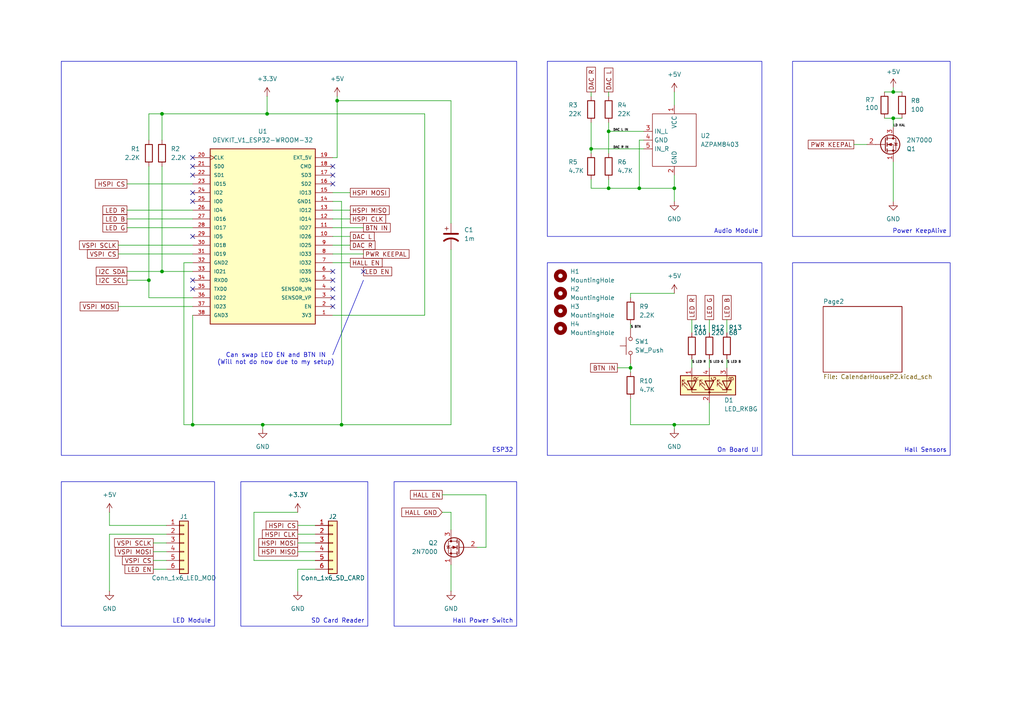
<source format=kicad_sch>
(kicad_sch
	(version 20231120)
	(generator "eeschema")
	(generator_version "8.0")
	(uuid "3a7d6812-aa05-4617-a941-06bb3b0cec54")
	(paper "A4")
	(title_block
		(title "Calendar House")
		(date "2024-11-22")
		(rev "A2.3")
		(company "Tehoor Marjan")
	)
	(lib_symbols
		(symbol "AZDelivery:DEVKIT_V1_ESP32-WROOM-32"
			(pin_names
				(offset 1.016)
			)
			(exclude_from_sim no)
			(in_bom yes)
			(on_board yes)
			(property "Reference" "U1"
				(at 0 -30.48 0)
				(effects
					(font
						(size 1.27 1.27)
					)
				)
			)
			(property "Value" "DEVKIT_V1_ESP32-WROOM-32"
				(at 0 -27.94 0)
				(effects
					(font
						(size 1.27 1.27)
					)
				)
			)
			(property "Footprint" "DEVKIT_V1_ESP32-WROOM-32:MODULE_DEVKIT_V1_ESP32-WROOM-32"
				(at 0 0 0)
				(effects
					(font
						(size 1.27 1.27)
					)
					(justify bottom)
					(hide yes)
				)
			)
			(property "Datasheet" ""
				(at 0 0 0)
				(effects
					(font
						(size 1.27 1.27)
					)
					(hide yes)
				)
			)
			(property "Description" ""
				(at 0 0 0)
				(effects
					(font
						(size 1.27 1.27)
					)
					(hide yes)
				)
			)
			(property "MF" "Espressif Systems"
				(at 0 0 0)
				(effects
					(font
						(size 1.27 1.27)
					)
					(justify bottom)
					(hide yes)
				)
			)
			(property "Description_1" "\n                        \n                            WROOM-32 Development Board ESP32 ESP-32S WiFi Bluetooth Dev Module\n                        \n"
				(at 0 0 0)
				(effects
					(font
						(size 1.27 1.27)
					)
					(justify bottom)
					(hide yes)
				)
			)
			(property "Package" "Package"
				(at 0 0 0)
				(effects
					(font
						(size 1.27 1.27)
					)
					(justify bottom)
					(hide yes)
				)
			)
			(property "Price" "None"
				(at 0 0 0)
				(effects
					(font
						(size 1.27 1.27)
					)
					(justify bottom)
					(hide yes)
				)
			)
			(property "Check_prices" "https://www.snapeda.com/parts/DEVKIT%20V1%20ESP32-WROOM-32/Espressif+Systems/view-part/?ref=eda"
				(at -4.826 32.512 0)
				(effects
					(font
						(size 1.27 1.27)
					)
					(justify bottom)
					(hide yes)
				)
			)
			(property "STANDARD" "Manufacturer Recommendations"
				(at 0 0 0)
				(effects
					(font
						(size 1.27 1.27)
					)
					(justify bottom)
					(hide yes)
				)
			)
			(property "PARTREV" "N/A"
				(at 0 0 0)
				(effects
					(font
						(size 1.27 1.27)
					)
					(justify bottom)
					(hide yes)
				)
			)
			(property "SnapEDA_Link" "https://www.snapeda.com/parts/DEVKIT%20V1%20ESP32-WROOM-32/Espressif+Systems/view-part/?ref=snap"
				(at 0.254 27.686 0)
				(effects
					(font
						(size 1.27 1.27)
					)
					(justify bottom)
					(hide yes)
				)
			)
			(property "MP" "DEVKIT V1 ESP32-WROOM-32"
				(at 0 0 0)
				(effects
					(font
						(size 1.27 1.27)
					)
					(justify bottom)
					(hide yes)
				)
			)
			(property "Availability" "Not in stock"
				(at 0 0 0)
				(effects
					(font
						(size 1.27 1.27)
					)
					(justify bottom)
					(hide yes)
				)
			)
			(property "MANUFACTURER" "Espressif Systems"
				(at 0 0 0)
				(effects
					(font
						(size 1.27 1.27)
					)
					(justify bottom)
					(hide yes)
				)
			)
			(symbol "DEVKIT_V1_ESP32-WROOM-32_0_0"
				(rectangle
					(start -15.24 25.4)
					(end 15.24 -25.4)
					(stroke
						(width 0.254)
						(type default)
					)
					(fill
						(type background)
					)
				)
				(pin power_out line
					(at -20.32 22.86 0)
					(length 5.08)
					(name "3V3"
						(effects
							(font
								(size 1.016 1.016)
							)
						)
					)
					(number "1"
						(effects
							(font
								(size 1.016 1.016)
							)
						)
					)
				)
				(pin bidirectional line
					(at -20.32 0 0)
					(length 5.08)
					(name "IO26"
						(effects
							(font
								(size 1.016 1.016)
							)
						)
					)
					(number "10"
						(effects
							(font
								(size 1.016 1.016)
							)
						)
					)
				)
				(pin bidirectional line
					(at -20.32 -2.54 0)
					(length 5.08)
					(name "IO27"
						(effects
							(font
								(size 1.016 1.016)
							)
						)
					)
					(number "11"
						(effects
							(font
								(size 1.016 1.016)
							)
						)
					)
				)
				(pin bidirectional line
					(at -20.32 -5.08 0)
					(length 5.08)
					(name "IO14"
						(effects
							(font
								(size 1.016 1.016)
							)
						)
					)
					(number "12"
						(effects
							(font
								(size 1.016 1.016)
							)
						)
					)
				)
				(pin bidirectional line
					(at -20.32 -7.62 0)
					(length 5.08)
					(name "IO12"
						(effects
							(font
								(size 1.016 1.016)
							)
						)
					)
					(number "13"
						(effects
							(font
								(size 1.016 1.016)
							)
						)
					)
				)
				(pin power_in line
					(at -20.32 -10.16 0)
					(length 5.08)
					(name "GND1"
						(effects
							(font
								(size 1.016 1.016)
							)
						)
					)
					(number "14"
						(effects
							(font
								(size 1.016 1.016)
							)
						)
					)
				)
				(pin bidirectional line
					(at -20.32 -12.7 0)
					(length 5.08)
					(name "IO13"
						(effects
							(font
								(size 1.016 1.016)
							)
						)
					)
					(number "15"
						(effects
							(font
								(size 1.016 1.016)
							)
						)
					)
				)
				(pin bidirectional line
					(at -20.32 -15.24 0)
					(length 5.08)
					(name "SD2"
						(effects
							(font
								(size 1.016 1.016)
							)
						)
					)
					(number "16"
						(effects
							(font
								(size 1.016 1.016)
							)
						)
					)
				)
				(pin bidirectional line
					(at -20.32 -17.78 0)
					(length 5.08)
					(name "SD3"
						(effects
							(font
								(size 1.016 1.016)
							)
						)
					)
					(number "17"
						(effects
							(font
								(size 1.016 1.016)
							)
						)
					)
				)
				(pin bidirectional line
					(at -20.32 -20.32 0)
					(length 5.08)
					(name "CMD"
						(effects
							(font
								(size 1.016 1.016)
							)
						)
					)
					(number "18"
						(effects
							(font
								(size 1.016 1.016)
							)
						)
					)
				)
				(pin power_out line
					(at -20.32 -22.86 0)
					(length 5.08)
					(name "EXT_5V"
						(effects
							(font
								(size 1.016 1.016)
							)
						)
					)
					(number "19"
						(effects
							(font
								(size 1.016 1.016)
							)
						)
					)
				)
				(pin input line
					(at -20.32 20.32 0)
					(length 5.08)
					(name "EN"
						(effects
							(font
								(size 1.016 1.016)
							)
						)
					)
					(number "2"
						(effects
							(font
								(size 1.016 1.016)
							)
						)
					)
				)
				(pin input clock
					(at 20.32 -22.86 180)
					(length 5.08)
					(name "CLK"
						(effects
							(font
								(size 1.016 1.016)
							)
						)
					)
					(number "20"
						(effects
							(font
								(size 1.016 1.016)
							)
						)
					)
				)
				(pin bidirectional line
					(at 20.32 -20.32 180)
					(length 5.08)
					(name "SD0"
						(effects
							(font
								(size 1.016 1.016)
							)
						)
					)
					(number "21"
						(effects
							(font
								(size 1.016 1.016)
							)
						)
					)
				)
				(pin bidirectional line
					(at 20.32 -17.78 180)
					(length 5.08)
					(name "SD1"
						(effects
							(font
								(size 1.016 1.016)
							)
						)
					)
					(number "22"
						(effects
							(font
								(size 1.016 1.016)
							)
						)
					)
				)
				(pin bidirectional line
					(at 20.32 -15.24 180)
					(length 5.08)
					(name "IO15"
						(effects
							(font
								(size 1.016 1.016)
							)
						)
					)
					(number "23"
						(effects
							(font
								(size 1.016 1.016)
							)
						)
					)
				)
				(pin bidirectional line
					(at 20.32 -12.7 180)
					(length 5.08)
					(name "IO2"
						(effects
							(font
								(size 1.016 1.016)
							)
						)
					)
					(number "24"
						(effects
							(font
								(size 1.016 1.016)
							)
						)
					)
				)
				(pin bidirectional line
					(at 20.32 -10.16 180)
					(length 5.08)
					(name "IO0"
						(effects
							(font
								(size 1.016 1.016)
							)
						)
					)
					(number "25"
						(effects
							(font
								(size 1.016 1.016)
							)
						)
					)
				)
				(pin bidirectional line
					(at 20.32 -7.62 180)
					(length 5.08)
					(name "IO4"
						(effects
							(font
								(size 1.016 1.016)
							)
						)
					)
					(number "26"
						(effects
							(font
								(size 1.016 1.016)
							)
						)
					)
				)
				(pin bidirectional line
					(at 20.32 -5.08 180)
					(length 5.08)
					(name "IO16"
						(effects
							(font
								(size 1.016 1.016)
							)
						)
					)
					(number "27"
						(effects
							(font
								(size 1.016 1.016)
							)
						)
					)
				)
				(pin bidirectional line
					(at 20.32 -2.54 180)
					(length 5.08)
					(name "IO17"
						(effects
							(font
								(size 1.016 1.016)
							)
						)
					)
					(number "28"
						(effects
							(font
								(size 1.016 1.016)
							)
						)
					)
				)
				(pin bidirectional line
					(at 20.32 0 180)
					(length 5.08)
					(name "IO5"
						(effects
							(font
								(size 1.016 1.016)
							)
						)
					)
					(number "29"
						(effects
							(font
								(size 1.016 1.016)
							)
						)
					)
				)
				(pin input line
					(at -20.32 17.78 0)
					(length 5.08)
					(name "SENSOR_VP"
						(effects
							(font
								(size 1.016 1.016)
							)
						)
					)
					(number "3"
						(effects
							(font
								(size 1.016 1.016)
							)
						)
					)
				)
				(pin bidirectional line
					(at 20.32 2.54 180)
					(length 5.08)
					(name "IO18"
						(effects
							(font
								(size 1.016 1.016)
							)
						)
					)
					(number "30"
						(effects
							(font
								(size 1.016 1.016)
							)
						)
					)
				)
				(pin bidirectional line
					(at 20.32 5.08 180)
					(length 5.08)
					(name "IO19"
						(effects
							(font
								(size 1.016 1.016)
							)
						)
					)
					(number "31"
						(effects
							(font
								(size 1.016 1.016)
							)
						)
					)
				)
				(pin power_in line
					(at 20.32 7.62 180)
					(length 5.08)
					(name "GND2"
						(effects
							(font
								(size 1.016 1.016)
							)
						)
					)
					(number "32"
						(effects
							(font
								(size 1.016 1.016)
							)
						)
					)
				)
				(pin bidirectional line
					(at 20.32 10.16 180)
					(length 5.08)
					(name "IO21"
						(effects
							(font
								(size 1.016 1.016)
							)
						)
					)
					(number "33"
						(effects
							(font
								(size 1.016 1.016)
							)
						)
					)
				)
				(pin input line
					(at 20.32 12.7 180)
					(length 5.08)
					(name "RXD0"
						(effects
							(font
								(size 1.016 1.016)
							)
						)
					)
					(number "34"
						(effects
							(font
								(size 1.016 1.016)
							)
						)
					)
				)
				(pin output line
					(at 20.32 15.24 180)
					(length 5.08)
					(name "TXD0"
						(effects
							(font
								(size 1.016 1.016)
							)
						)
					)
					(number "35"
						(effects
							(font
								(size 1.016 1.016)
							)
						)
					)
				)
				(pin bidirectional line
					(at 20.32 17.78 180)
					(length 5.08)
					(name "IO22"
						(effects
							(font
								(size 1.016 1.016)
							)
						)
					)
					(number "36"
						(effects
							(font
								(size 1.016 1.016)
							)
						)
					)
				)
				(pin bidirectional line
					(at 20.32 20.32 180)
					(length 5.08)
					(name "IO23"
						(effects
							(font
								(size 1.016 1.016)
							)
						)
					)
					(number "37"
						(effects
							(font
								(size 1.016 1.016)
							)
						)
					)
				)
				(pin power_in line
					(at 20.32 22.86 180)
					(length 5.08)
					(name "GND3"
						(effects
							(font
								(size 1.016 1.016)
							)
						)
					)
					(number "38"
						(effects
							(font
								(size 1.016 1.016)
							)
						)
					)
				)
				(pin input line
					(at -20.32 15.24 0)
					(length 5.08)
					(name "SENSOR_VN"
						(effects
							(font
								(size 1.016 1.016)
							)
						)
					)
					(number "4"
						(effects
							(font
								(size 1.016 1.016)
							)
						)
					)
				)
				(pin bidirectional line
					(at -20.32 12.7 0)
					(length 5.08)
					(name "IO34"
						(effects
							(font
								(size 1.016 1.016)
							)
						)
					)
					(number "5"
						(effects
							(font
								(size 1.016 1.016)
							)
						)
					)
				)
				(pin bidirectional line
					(at -20.32 10.16 0)
					(length 5.08)
					(name "IO35"
						(effects
							(font
								(size 1.016 1.016)
							)
						)
					)
					(number "6"
						(effects
							(font
								(size 1.016 1.016)
							)
						)
					)
				)
				(pin bidirectional line
					(at -20.32 7.62 0)
					(length 5.08)
					(name "IO32"
						(effects
							(font
								(size 1.016 1.016)
							)
						)
					)
					(number "7"
						(effects
							(font
								(size 1.016 1.016)
							)
						)
					)
				)
				(pin bidirectional line
					(at -20.32 5.08 0)
					(length 5.08)
					(name "IO33"
						(effects
							(font
								(size 1.016 1.016)
							)
						)
					)
					(number "8"
						(effects
							(font
								(size 1.016 1.016)
							)
						)
					)
				)
				(pin bidirectional line
					(at -20.32 2.54 0)
					(length 5.08)
					(name "IO25"
						(effects
							(font
								(size 1.016 1.016)
							)
						)
					)
					(number "9"
						(effects
							(font
								(size 1.016 1.016)
							)
						)
					)
				)
			)
		)
		(symbol "AZDelivery:Mini_PAM8403_Module_InputOnly"
			(exclude_from_sim no)
			(in_bom yes)
			(on_board yes)
			(property "Reference" "U"
				(at 5.842 11.176 0)
				(effects
					(font
						(size 1.27 1.27)
					)
				)
			)
			(property "Value" "AZPAM8403"
				(at 5.334 9.144 0)
				(effects
					(font
						(size 1.27 1.27)
					)
					(justify left)
				)
			)
			(property "Footprint" "Kicad:Mini PAM8403 Module OnlyInput"
				(at 0 0 0)
				(effects
					(font
						(size 1.27 1.27)
					)
					(hide yes)
				)
			)
			(property "Datasheet" "https://cdn.shopify.com/s/files/1/1509/1638/files/Mini-PAM8403_datasheet.pdf?v=1646835767"
				(at 1.27 -10.668 0)
				(effects
					(font
						(size 1.27 1.27)
					)
					(hide yes)
				)
			)
			(property "Description" "AZDelivery Mini PAM8403 Module"
				(at 0.254 -12.446 0)
				(effects
					(font
						(size 1.27 1.27)
					)
					(hide yes)
				)
			)
			(symbol "Mini_PAM8403_Module_InputOnly_0_1"
				(rectangle
					(start -6.35 7.62)
					(end 6.35 -7.62)
					(stroke
						(width 0)
						(type default)
					)
					(fill
						(type none)
					)
				)
			)
			(symbol "Mini_PAM8403_Module_InputOnly_1_1"
				(pin input line
					(at 0 10.16 270)
					(length 2.54)
					(name "VCC"
						(effects
							(font
								(size 1.27 1.27)
							)
						)
					)
					(number "1"
						(effects
							(font
								(size 1.27 1.27)
							)
						)
					)
				)
				(pin input line
					(at 0 -10.16 90)
					(length 2.54)
					(name "GND"
						(effects
							(font
								(size 1.27 1.27)
							)
						)
					)
					(number "2"
						(effects
							(font
								(size 1.27 1.27)
							)
						)
					)
				)
				(pin bidirectional line
					(at -8.89 2.54 0)
					(length 2.54)
					(name "IN_L"
						(effects
							(font
								(size 1.27 1.27)
							)
						)
					)
					(number "3"
						(effects
							(font
								(size 1.27 1.27)
							)
						)
					)
				)
				(pin input line
					(at -8.89 0 0)
					(length 2.54)
					(name "GND"
						(effects
							(font
								(size 1.27 1.27)
							)
						)
					)
					(number "4"
						(effects
							(font
								(size 1.27 1.27)
							)
						)
					)
				)
				(pin bidirectional line
					(at -8.89 -2.54 0)
					(length 2.54)
					(name "IN_R"
						(effects
							(font
								(size 1.27 1.27)
							)
						)
					)
					(number "5"
						(effects
							(font
								(size 1.27 1.27)
							)
						)
					)
				)
			)
		)
		(symbol "Connector_Generic:Conn_01x06"
			(pin_names
				(offset 1.016) hide)
			(exclude_from_sim no)
			(in_bom yes)
			(on_board yes)
			(property "Reference" "J"
				(at 0 7.62 0)
				(effects
					(font
						(size 1.27 1.27)
					)
				)
			)
			(property "Value" "Conn_01x06"
				(at 0 -10.16 0)
				(effects
					(font
						(size 1.27 1.27)
					)
				)
			)
			(property "Footprint" ""
				(at 0 0 0)
				(effects
					(font
						(size 1.27 1.27)
					)
					(hide yes)
				)
			)
			(property "Datasheet" "~"
				(at 0 0 0)
				(effects
					(font
						(size 1.27 1.27)
					)
					(hide yes)
				)
			)
			(property "Description" "Generic connector, single row, 01x06, script generated (kicad-library-utils/schlib/autogen/connector/)"
				(at 0 0 0)
				(effects
					(font
						(size 1.27 1.27)
					)
					(hide yes)
				)
			)
			(property "ki_keywords" "connector"
				(at 0 0 0)
				(effects
					(font
						(size 1.27 1.27)
					)
					(hide yes)
				)
			)
			(property "ki_fp_filters" "Connector*:*_1x??_*"
				(at 0 0 0)
				(effects
					(font
						(size 1.27 1.27)
					)
					(hide yes)
				)
			)
			(symbol "Conn_01x06_1_1"
				(rectangle
					(start -1.27 -7.493)
					(end 0 -7.747)
					(stroke
						(width 0.1524)
						(type default)
					)
					(fill
						(type none)
					)
				)
				(rectangle
					(start -1.27 -4.953)
					(end 0 -5.207)
					(stroke
						(width 0.1524)
						(type default)
					)
					(fill
						(type none)
					)
				)
				(rectangle
					(start -1.27 -2.413)
					(end 0 -2.667)
					(stroke
						(width 0.1524)
						(type default)
					)
					(fill
						(type none)
					)
				)
				(rectangle
					(start -1.27 0.127)
					(end 0 -0.127)
					(stroke
						(width 0.1524)
						(type default)
					)
					(fill
						(type none)
					)
				)
				(rectangle
					(start -1.27 2.667)
					(end 0 2.413)
					(stroke
						(width 0.1524)
						(type default)
					)
					(fill
						(type none)
					)
				)
				(rectangle
					(start -1.27 5.207)
					(end 0 4.953)
					(stroke
						(width 0.1524)
						(type default)
					)
					(fill
						(type none)
					)
				)
				(rectangle
					(start -1.27 6.35)
					(end 1.27 -8.89)
					(stroke
						(width 0.254)
						(type default)
					)
					(fill
						(type background)
					)
				)
				(pin passive line
					(at -5.08 5.08 0)
					(length 3.81)
					(name "Pin_1"
						(effects
							(font
								(size 1.27 1.27)
							)
						)
					)
					(number "1"
						(effects
							(font
								(size 1.27 1.27)
							)
						)
					)
				)
				(pin passive line
					(at -5.08 2.54 0)
					(length 3.81)
					(name "Pin_2"
						(effects
							(font
								(size 1.27 1.27)
							)
						)
					)
					(number "2"
						(effects
							(font
								(size 1.27 1.27)
							)
						)
					)
				)
				(pin passive line
					(at -5.08 0 0)
					(length 3.81)
					(name "Pin_3"
						(effects
							(font
								(size 1.27 1.27)
							)
						)
					)
					(number "3"
						(effects
							(font
								(size 1.27 1.27)
							)
						)
					)
				)
				(pin passive line
					(at -5.08 -2.54 0)
					(length 3.81)
					(name "Pin_4"
						(effects
							(font
								(size 1.27 1.27)
							)
						)
					)
					(number "4"
						(effects
							(font
								(size 1.27 1.27)
							)
						)
					)
				)
				(pin passive line
					(at -5.08 -5.08 0)
					(length 3.81)
					(name "Pin_5"
						(effects
							(font
								(size 1.27 1.27)
							)
						)
					)
					(number "5"
						(effects
							(font
								(size 1.27 1.27)
							)
						)
					)
				)
				(pin passive line
					(at -5.08 -7.62 0)
					(length 3.81)
					(name "Pin_6"
						(effects
							(font
								(size 1.27 1.27)
							)
						)
					)
					(number "6"
						(effects
							(font
								(size 1.27 1.27)
							)
						)
					)
				)
			)
		)
		(symbol "Device:C_Polarized_US"
			(pin_numbers hide)
			(pin_names
				(offset 0.254) hide)
			(exclude_from_sim no)
			(in_bom yes)
			(on_board yes)
			(property "Reference" "C"
				(at 0.635 2.54 0)
				(effects
					(font
						(size 1.27 1.27)
					)
					(justify left)
				)
			)
			(property "Value" "C_Polarized_US"
				(at 0.635 -2.54 0)
				(effects
					(font
						(size 1.27 1.27)
					)
					(justify left)
				)
			)
			(property "Footprint" ""
				(at 0 0 0)
				(effects
					(font
						(size 1.27 1.27)
					)
					(hide yes)
				)
			)
			(property "Datasheet" "~"
				(at 0 0 0)
				(effects
					(font
						(size 1.27 1.27)
					)
					(hide yes)
				)
			)
			(property "Description" "Polarized capacitor, US symbol"
				(at 0 0 0)
				(effects
					(font
						(size 1.27 1.27)
					)
					(hide yes)
				)
			)
			(property "ki_keywords" "cap capacitor"
				(at 0 0 0)
				(effects
					(font
						(size 1.27 1.27)
					)
					(hide yes)
				)
			)
			(property "ki_fp_filters" "CP_*"
				(at 0 0 0)
				(effects
					(font
						(size 1.27 1.27)
					)
					(hide yes)
				)
			)
			(symbol "C_Polarized_US_0_1"
				(polyline
					(pts
						(xy -2.032 0.762) (xy 2.032 0.762)
					)
					(stroke
						(width 0.508)
						(type default)
					)
					(fill
						(type none)
					)
				)
				(polyline
					(pts
						(xy -1.778 2.286) (xy -0.762 2.286)
					)
					(stroke
						(width 0)
						(type default)
					)
					(fill
						(type none)
					)
				)
				(polyline
					(pts
						(xy -1.27 1.778) (xy -1.27 2.794)
					)
					(stroke
						(width 0)
						(type default)
					)
					(fill
						(type none)
					)
				)
				(arc
					(start 2.032 -1.27)
					(mid 0 -0.5572)
					(end -2.032 -1.27)
					(stroke
						(width 0.508)
						(type default)
					)
					(fill
						(type none)
					)
				)
			)
			(symbol "C_Polarized_US_1_1"
				(pin passive line
					(at 0 3.81 270)
					(length 2.794)
					(name "~"
						(effects
							(font
								(size 1.27 1.27)
							)
						)
					)
					(number "1"
						(effects
							(font
								(size 1.27 1.27)
							)
						)
					)
				)
				(pin passive line
					(at 0 -3.81 90)
					(length 3.302)
					(name "~"
						(effects
							(font
								(size 1.27 1.27)
							)
						)
					)
					(number "2"
						(effects
							(font
								(size 1.27 1.27)
							)
						)
					)
				)
			)
		)
		(symbol "Device:LED_RKBG"
			(pin_names
				(offset 0) hide)
			(exclude_from_sim no)
			(in_bom yes)
			(on_board yes)
			(property "Reference" "D"
				(at 0 9.398 0)
				(effects
					(font
						(size 1.27 1.27)
					)
				)
			)
			(property "Value" "LED_RKBG"
				(at 0 -8.89 0)
				(effects
					(font
						(size 1.27 1.27)
					)
				)
			)
			(property "Footprint" ""
				(at 0 -1.27 0)
				(effects
					(font
						(size 1.27 1.27)
					)
					(hide yes)
				)
			)
			(property "Datasheet" "~"
				(at 0 -1.27 0)
				(effects
					(font
						(size 1.27 1.27)
					)
					(hide yes)
				)
			)
			(property "Description" "RGB LED, red/cathode/blue/green"
				(at 0 0 0)
				(effects
					(font
						(size 1.27 1.27)
					)
					(hide yes)
				)
			)
			(property "ki_keywords" "LED RGB diode"
				(at 0 0 0)
				(effects
					(font
						(size 1.27 1.27)
					)
					(hide yes)
				)
			)
			(property "ki_fp_filters" "LED* LED_SMD:* LED_THT:*"
				(at 0 0 0)
				(effects
					(font
						(size 1.27 1.27)
					)
					(hide yes)
				)
			)
			(symbol "LED_RKBG_0_0"
				(text "B"
					(at 1.905 -6.35 0)
					(effects
						(font
							(size 1.27 1.27)
						)
					)
				)
				(text "G"
					(at 1.905 -1.27 0)
					(effects
						(font
							(size 1.27 1.27)
						)
					)
				)
				(text "R"
					(at 1.905 3.81 0)
					(effects
						(font
							(size 1.27 1.27)
						)
					)
				)
			)
			(symbol "LED_RKBG_0_1"
				(circle
					(center -2.032 0)
					(radius 0.254)
					(stroke
						(width 0)
						(type default)
					)
					(fill
						(type outline)
					)
				)
				(polyline
					(pts
						(xy -1.27 -5.08) (xy 1.27 -5.08)
					)
					(stroke
						(width 0)
						(type default)
					)
					(fill
						(type none)
					)
				)
				(polyline
					(pts
						(xy -1.27 -3.81) (xy -1.27 -6.35)
					)
					(stroke
						(width 0.254)
						(type default)
					)
					(fill
						(type none)
					)
				)
				(polyline
					(pts
						(xy -1.27 0) (xy -2.54 0)
					)
					(stroke
						(width 0)
						(type default)
					)
					(fill
						(type none)
					)
				)
				(polyline
					(pts
						(xy -1.27 1.27) (xy -1.27 -1.27)
					)
					(stroke
						(width 0.254)
						(type default)
					)
					(fill
						(type none)
					)
				)
				(polyline
					(pts
						(xy -1.27 5.08) (xy 1.27 5.08)
					)
					(stroke
						(width 0)
						(type default)
					)
					(fill
						(type none)
					)
				)
				(polyline
					(pts
						(xy -1.27 6.35) (xy -1.27 3.81)
					)
					(stroke
						(width 0.254)
						(type default)
					)
					(fill
						(type none)
					)
				)
				(polyline
					(pts
						(xy 1.27 -5.08) (xy 2.54 -5.08)
					)
					(stroke
						(width 0)
						(type default)
					)
					(fill
						(type none)
					)
				)
				(polyline
					(pts
						(xy 1.27 0) (xy -1.27 0)
					)
					(stroke
						(width 0)
						(type default)
					)
					(fill
						(type none)
					)
				)
				(polyline
					(pts
						(xy 1.27 0) (xy 2.54 0)
					)
					(stroke
						(width 0)
						(type default)
					)
					(fill
						(type none)
					)
				)
				(polyline
					(pts
						(xy 1.27 5.08) (xy 2.54 5.08)
					)
					(stroke
						(width 0)
						(type default)
					)
					(fill
						(type none)
					)
				)
				(polyline
					(pts
						(xy -1.27 1.27) (xy -1.27 -1.27) (xy -1.27 -1.27)
					)
					(stroke
						(width 0)
						(type default)
					)
					(fill
						(type none)
					)
				)
				(polyline
					(pts
						(xy -1.27 6.35) (xy -1.27 3.81) (xy -1.27 3.81)
					)
					(stroke
						(width 0)
						(type default)
					)
					(fill
						(type none)
					)
				)
				(polyline
					(pts
						(xy -1.27 5.08) (xy -2.032 5.08) (xy -2.032 -5.08) (xy -1.016 -5.08)
					)
					(stroke
						(width 0)
						(type default)
					)
					(fill
						(type none)
					)
				)
				(polyline
					(pts
						(xy 1.27 -3.81) (xy 1.27 -6.35) (xy -1.27 -5.08) (xy 1.27 -3.81)
					)
					(stroke
						(width 0.254)
						(type default)
					)
					(fill
						(type none)
					)
				)
				(polyline
					(pts
						(xy 1.27 1.27) (xy 1.27 -1.27) (xy -1.27 0) (xy 1.27 1.27)
					)
					(stroke
						(width 0.254)
						(type default)
					)
					(fill
						(type none)
					)
				)
				(polyline
					(pts
						(xy 1.27 6.35) (xy 1.27 3.81) (xy -1.27 5.08) (xy 1.27 6.35)
					)
					(stroke
						(width 0.254)
						(type default)
					)
					(fill
						(type none)
					)
				)
				(polyline
					(pts
						(xy -1.016 -3.81) (xy 0.508 -2.286) (xy -0.254 -2.286) (xy 0.508 -2.286) (xy 0.508 -3.048)
					)
					(stroke
						(width 0)
						(type default)
					)
					(fill
						(type none)
					)
				)
				(polyline
					(pts
						(xy -1.016 1.27) (xy 0.508 2.794) (xy -0.254 2.794) (xy 0.508 2.794) (xy 0.508 2.032)
					)
					(stroke
						(width 0)
						(type default)
					)
					(fill
						(type none)
					)
				)
				(polyline
					(pts
						(xy -1.016 6.35) (xy 0.508 7.874) (xy -0.254 7.874) (xy 0.508 7.874) (xy 0.508 7.112)
					)
					(stroke
						(width 0)
						(type default)
					)
					(fill
						(type none)
					)
				)
				(polyline
					(pts
						(xy 0 -3.81) (xy 1.524 -2.286) (xy 0.762 -2.286) (xy 1.524 -2.286) (xy 1.524 -3.048)
					)
					(stroke
						(width 0)
						(type default)
					)
					(fill
						(type none)
					)
				)
				(polyline
					(pts
						(xy 0 1.27) (xy 1.524 2.794) (xy 0.762 2.794) (xy 1.524 2.794) (xy 1.524 2.032)
					)
					(stroke
						(width 0)
						(type default)
					)
					(fill
						(type none)
					)
				)
				(polyline
					(pts
						(xy 0 6.35) (xy 1.524 7.874) (xy 0.762 7.874) (xy 1.524 7.874) (xy 1.524 7.112)
					)
					(stroke
						(width 0)
						(type default)
					)
					(fill
						(type none)
					)
				)
				(rectangle
					(start 1.27 -1.27)
					(end 1.27 1.27)
					(stroke
						(width 0)
						(type default)
					)
					(fill
						(type none)
					)
				)
				(rectangle
					(start 1.27 1.27)
					(end 1.27 1.27)
					(stroke
						(width 0)
						(type default)
					)
					(fill
						(type none)
					)
				)
				(rectangle
					(start 1.27 3.81)
					(end 1.27 6.35)
					(stroke
						(width 0)
						(type default)
					)
					(fill
						(type none)
					)
				)
				(rectangle
					(start 1.27 6.35)
					(end 1.27 6.35)
					(stroke
						(width 0)
						(type default)
					)
					(fill
						(type none)
					)
				)
				(rectangle
					(start 2.794 8.382)
					(end -2.794 -7.62)
					(stroke
						(width 0.254)
						(type default)
					)
					(fill
						(type background)
					)
				)
			)
			(symbol "LED_RKBG_1_1"
				(pin passive line
					(at 5.08 5.08 180)
					(length 2.54)
					(name "RA"
						(effects
							(font
								(size 1.27 1.27)
							)
						)
					)
					(number "1"
						(effects
							(font
								(size 1.27 1.27)
							)
						)
					)
				)
				(pin passive line
					(at -5.08 0 0)
					(length 2.54)
					(name "K"
						(effects
							(font
								(size 1.27 1.27)
							)
						)
					)
					(number "2"
						(effects
							(font
								(size 1.27 1.27)
							)
						)
					)
				)
				(pin passive line
					(at 5.08 -5.08 180)
					(length 2.54)
					(name "BA"
						(effects
							(font
								(size 1.27 1.27)
							)
						)
					)
					(number "3"
						(effects
							(font
								(size 1.27 1.27)
							)
						)
					)
				)
				(pin passive line
					(at 5.08 0 180)
					(length 2.54)
					(name "GA"
						(effects
							(font
								(size 1.27 1.27)
							)
						)
					)
					(number "4"
						(effects
							(font
								(size 1.27 1.27)
							)
						)
					)
				)
			)
		)
		(symbol "Device:R"
			(pin_numbers hide)
			(pin_names
				(offset 0)
			)
			(exclude_from_sim no)
			(in_bom yes)
			(on_board yes)
			(property "Reference" "R"
				(at 2.032 0 90)
				(effects
					(font
						(size 1.27 1.27)
					)
				)
			)
			(property "Value" "R"
				(at 0 0 90)
				(effects
					(font
						(size 1.27 1.27)
					)
				)
			)
			(property "Footprint" ""
				(at -1.778 0 90)
				(effects
					(font
						(size 1.27 1.27)
					)
					(hide yes)
				)
			)
			(property "Datasheet" "~"
				(at 0 0 0)
				(effects
					(font
						(size 1.27 1.27)
					)
					(hide yes)
				)
			)
			(property "Description" "Resistor"
				(at 0 0 0)
				(effects
					(font
						(size 1.27 1.27)
					)
					(hide yes)
				)
			)
			(property "ki_keywords" "R res resistor"
				(at 0 0 0)
				(effects
					(font
						(size 1.27 1.27)
					)
					(hide yes)
				)
			)
			(property "ki_fp_filters" "R_*"
				(at 0 0 0)
				(effects
					(font
						(size 1.27 1.27)
					)
					(hide yes)
				)
			)
			(symbol "R_0_1"
				(rectangle
					(start -1.016 -2.54)
					(end 1.016 2.54)
					(stroke
						(width 0.254)
						(type default)
					)
					(fill
						(type none)
					)
				)
			)
			(symbol "R_1_1"
				(pin passive line
					(at 0 3.81 270)
					(length 1.27)
					(name "~"
						(effects
							(font
								(size 1.27 1.27)
							)
						)
					)
					(number "1"
						(effects
							(font
								(size 1.27 1.27)
							)
						)
					)
				)
				(pin passive line
					(at 0 -3.81 90)
					(length 1.27)
					(name "~"
						(effects
							(font
								(size 1.27 1.27)
							)
						)
					)
					(number "2"
						(effects
							(font
								(size 1.27 1.27)
							)
						)
					)
				)
			)
		)
		(symbol "Mechanical:MountingHole"
			(pin_names
				(offset 1.016)
			)
			(exclude_from_sim yes)
			(in_bom no)
			(on_board yes)
			(property "Reference" "H"
				(at 0 5.08 0)
				(effects
					(font
						(size 1.27 1.27)
					)
				)
			)
			(property "Value" "MountingHole"
				(at 0 3.175 0)
				(effects
					(font
						(size 1.27 1.27)
					)
				)
			)
			(property "Footprint" ""
				(at 0 0 0)
				(effects
					(font
						(size 1.27 1.27)
					)
					(hide yes)
				)
			)
			(property "Datasheet" "~"
				(at 0 0 0)
				(effects
					(font
						(size 1.27 1.27)
					)
					(hide yes)
				)
			)
			(property "Description" "Mounting Hole without connection"
				(at 0 0 0)
				(effects
					(font
						(size 1.27 1.27)
					)
					(hide yes)
				)
			)
			(property "ki_keywords" "mounting hole"
				(at 0 0 0)
				(effects
					(font
						(size 1.27 1.27)
					)
					(hide yes)
				)
			)
			(property "ki_fp_filters" "MountingHole*"
				(at 0 0 0)
				(effects
					(font
						(size 1.27 1.27)
					)
					(hide yes)
				)
			)
			(symbol "MountingHole_0_1"
				(circle
					(center 0 0)
					(radius 1.27)
					(stroke
						(width 1.27)
						(type default)
					)
					(fill
						(type none)
					)
				)
			)
		)
		(symbol "Switch:SW_Push"
			(pin_numbers hide)
			(pin_names
				(offset 1.016) hide)
			(exclude_from_sim no)
			(in_bom yes)
			(on_board yes)
			(property "Reference" "SW"
				(at 1.27 2.54 0)
				(effects
					(font
						(size 1.27 1.27)
					)
					(justify left)
				)
			)
			(property "Value" "SW_Push"
				(at 0 -1.524 0)
				(effects
					(font
						(size 1.27 1.27)
					)
				)
			)
			(property "Footprint" ""
				(at 0 5.08 0)
				(effects
					(font
						(size 1.27 1.27)
					)
					(hide yes)
				)
			)
			(property "Datasheet" "~"
				(at 0 5.08 0)
				(effects
					(font
						(size 1.27 1.27)
					)
					(hide yes)
				)
			)
			(property "Description" "Push button switch, generic, two pins"
				(at 0 0 0)
				(effects
					(font
						(size 1.27 1.27)
					)
					(hide yes)
				)
			)
			(property "ki_keywords" "switch normally-open pushbutton push-button"
				(at 0 0 0)
				(effects
					(font
						(size 1.27 1.27)
					)
					(hide yes)
				)
			)
			(symbol "SW_Push_0_1"
				(circle
					(center -2.032 0)
					(radius 0.508)
					(stroke
						(width 0)
						(type default)
					)
					(fill
						(type none)
					)
				)
				(polyline
					(pts
						(xy 0 1.27) (xy 0 3.048)
					)
					(stroke
						(width 0)
						(type default)
					)
					(fill
						(type none)
					)
				)
				(polyline
					(pts
						(xy 2.54 1.27) (xy -2.54 1.27)
					)
					(stroke
						(width 0)
						(type default)
					)
					(fill
						(type none)
					)
				)
				(circle
					(center 2.032 0)
					(radius 0.508)
					(stroke
						(width 0)
						(type default)
					)
					(fill
						(type none)
					)
				)
				(pin passive line
					(at -5.08 0 0)
					(length 2.54)
					(name "1"
						(effects
							(font
								(size 1.27 1.27)
							)
						)
					)
					(number "1"
						(effects
							(font
								(size 1.27 1.27)
							)
						)
					)
				)
				(pin passive line
					(at 5.08 0 180)
					(length 2.54)
					(name "2"
						(effects
							(font
								(size 1.27 1.27)
							)
						)
					)
					(number "2"
						(effects
							(font
								(size 1.27 1.27)
							)
						)
					)
				)
			)
		)
		(symbol "Transistor_FET:2N7000"
			(pin_names hide)
			(exclude_from_sim no)
			(in_bom yes)
			(on_board yes)
			(property "Reference" "Q"
				(at 5.08 1.905 0)
				(effects
					(font
						(size 1.27 1.27)
					)
					(justify left)
				)
			)
			(property "Value" "2N7000"
				(at 5.08 0 0)
				(effects
					(font
						(size 1.27 1.27)
					)
					(justify left)
				)
			)
			(property "Footprint" "Package_TO_SOT_THT:TO-92_Inline"
				(at 5.08 -1.905 0)
				(effects
					(font
						(size 1.27 1.27)
						(italic yes)
					)
					(justify left)
					(hide yes)
				)
			)
			(property "Datasheet" "https://www.vishay.com/docs/70226/70226.pdf"
				(at 5.08 -3.81 0)
				(effects
					(font
						(size 1.27 1.27)
					)
					(justify left)
					(hide yes)
				)
			)
			(property "Description" "0.2A Id, 200V Vds, N-Channel MOSFET, 2.6V Logic Level, TO-92"
				(at 0 0 0)
				(effects
					(font
						(size 1.27 1.27)
					)
					(hide yes)
				)
			)
			(property "ki_keywords" "N-Channel MOSFET Logic-Level"
				(at 0 0 0)
				(effects
					(font
						(size 1.27 1.27)
					)
					(hide yes)
				)
			)
			(property "ki_fp_filters" "TO?92*"
				(at 0 0 0)
				(effects
					(font
						(size 1.27 1.27)
					)
					(hide yes)
				)
			)
			(symbol "2N7000_0_1"
				(polyline
					(pts
						(xy 0.254 0) (xy -2.54 0)
					)
					(stroke
						(width 0)
						(type default)
					)
					(fill
						(type none)
					)
				)
				(polyline
					(pts
						(xy 0.254 1.905) (xy 0.254 -1.905)
					)
					(stroke
						(width 0.254)
						(type default)
					)
					(fill
						(type none)
					)
				)
				(polyline
					(pts
						(xy 0.762 -1.27) (xy 0.762 -2.286)
					)
					(stroke
						(width 0.254)
						(type default)
					)
					(fill
						(type none)
					)
				)
				(polyline
					(pts
						(xy 0.762 0.508) (xy 0.762 -0.508)
					)
					(stroke
						(width 0.254)
						(type default)
					)
					(fill
						(type none)
					)
				)
				(polyline
					(pts
						(xy 0.762 2.286) (xy 0.762 1.27)
					)
					(stroke
						(width 0.254)
						(type default)
					)
					(fill
						(type none)
					)
				)
				(polyline
					(pts
						(xy 2.54 2.54) (xy 2.54 1.778)
					)
					(stroke
						(width 0)
						(type default)
					)
					(fill
						(type none)
					)
				)
				(polyline
					(pts
						(xy 2.54 -2.54) (xy 2.54 0) (xy 0.762 0)
					)
					(stroke
						(width 0)
						(type default)
					)
					(fill
						(type none)
					)
				)
				(polyline
					(pts
						(xy 0.762 -1.778) (xy 3.302 -1.778) (xy 3.302 1.778) (xy 0.762 1.778)
					)
					(stroke
						(width 0)
						(type default)
					)
					(fill
						(type none)
					)
				)
				(polyline
					(pts
						(xy 1.016 0) (xy 2.032 0.381) (xy 2.032 -0.381) (xy 1.016 0)
					)
					(stroke
						(width 0)
						(type default)
					)
					(fill
						(type outline)
					)
				)
				(polyline
					(pts
						(xy 2.794 0.508) (xy 2.921 0.381) (xy 3.683 0.381) (xy 3.81 0.254)
					)
					(stroke
						(width 0)
						(type default)
					)
					(fill
						(type none)
					)
				)
				(polyline
					(pts
						(xy 3.302 0.381) (xy 2.921 -0.254) (xy 3.683 -0.254) (xy 3.302 0.381)
					)
					(stroke
						(width 0)
						(type default)
					)
					(fill
						(type none)
					)
				)
				(circle
					(center 1.651 0)
					(radius 2.794)
					(stroke
						(width 0.254)
						(type default)
					)
					(fill
						(type none)
					)
				)
				(circle
					(center 2.54 -1.778)
					(radius 0.254)
					(stroke
						(width 0)
						(type default)
					)
					(fill
						(type outline)
					)
				)
				(circle
					(center 2.54 1.778)
					(radius 0.254)
					(stroke
						(width 0)
						(type default)
					)
					(fill
						(type outline)
					)
				)
			)
			(symbol "2N7000_1_1"
				(pin passive line
					(at 2.54 -5.08 90)
					(length 2.54)
					(name "S"
						(effects
							(font
								(size 1.27 1.27)
							)
						)
					)
					(number "1"
						(effects
							(font
								(size 1.27 1.27)
							)
						)
					)
				)
				(pin input line
					(at -5.08 0 0)
					(length 2.54)
					(name "G"
						(effects
							(font
								(size 1.27 1.27)
							)
						)
					)
					(number "2"
						(effects
							(font
								(size 1.27 1.27)
							)
						)
					)
				)
				(pin passive line
					(at 2.54 5.08 270)
					(length 2.54)
					(name "D"
						(effects
							(font
								(size 1.27 1.27)
							)
						)
					)
					(number "3"
						(effects
							(font
								(size 1.27 1.27)
							)
						)
					)
				)
			)
		)
		(symbol "power:+3.3V"
			(power)
			(pin_numbers hide)
			(pin_names
				(offset 0) hide)
			(exclude_from_sim no)
			(in_bom yes)
			(on_board yes)
			(property "Reference" "#PWR"
				(at 0 -3.81 0)
				(effects
					(font
						(size 1.27 1.27)
					)
					(hide yes)
				)
			)
			(property "Value" "+3.3V"
				(at 0 3.556 0)
				(effects
					(font
						(size 1.27 1.27)
					)
				)
			)
			(property "Footprint" ""
				(at 0 0 0)
				(effects
					(font
						(size 1.27 1.27)
					)
					(hide yes)
				)
			)
			(property "Datasheet" ""
				(at 0 0 0)
				(effects
					(font
						(size 1.27 1.27)
					)
					(hide yes)
				)
			)
			(property "Description" "Power symbol creates a global label with name \"+3.3V\""
				(at 0 0 0)
				(effects
					(font
						(size 1.27 1.27)
					)
					(hide yes)
				)
			)
			(property "ki_keywords" "global power"
				(at 0 0 0)
				(effects
					(font
						(size 1.27 1.27)
					)
					(hide yes)
				)
			)
			(symbol "+3.3V_0_1"
				(polyline
					(pts
						(xy -0.762 1.27) (xy 0 2.54)
					)
					(stroke
						(width 0)
						(type default)
					)
					(fill
						(type none)
					)
				)
				(polyline
					(pts
						(xy 0 0) (xy 0 2.54)
					)
					(stroke
						(width 0)
						(type default)
					)
					(fill
						(type none)
					)
				)
				(polyline
					(pts
						(xy 0 2.54) (xy 0.762 1.27)
					)
					(stroke
						(width 0)
						(type default)
					)
					(fill
						(type none)
					)
				)
			)
			(symbol "+3.3V_1_1"
				(pin power_in line
					(at 0 0 90)
					(length 0)
					(name "~"
						(effects
							(font
								(size 1.27 1.27)
							)
						)
					)
					(number "1"
						(effects
							(font
								(size 1.27 1.27)
							)
						)
					)
				)
			)
		)
		(symbol "power:+5V"
			(power)
			(pin_numbers hide)
			(pin_names
				(offset 0) hide)
			(exclude_from_sim no)
			(in_bom yes)
			(on_board yes)
			(property "Reference" "#PWR"
				(at 0 -3.81 0)
				(effects
					(font
						(size 1.27 1.27)
					)
					(hide yes)
				)
			)
			(property "Value" "+5V"
				(at 0 3.556 0)
				(effects
					(font
						(size 1.27 1.27)
					)
				)
			)
			(property "Footprint" ""
				(at 0 0 0)
				(effects
					(font
						(size 1.27 1.27)
					)
					(hide yes)
				)
			)
			(property "Datasheet" ""
				(at 0 0 0)
				(effects
					(font
						(size 1.27 1.27)
					)
					(hide yes)
				)
			)
			(property "Description" "Power symbol creates a global label with name \"+5V\""
				(at 0 0 0)
				(effects
					(font
						(size 1.27 1.27)
					)
					(hide yes)
				)
			)
			(property "ki_keywords" "global power"
				(at 0 0 0)
				(effects
					(font
						(size 1.27 1.27)
					)
					(hide yes)
				)
			)
			(symbol "+5V_0_1"
				(polyline
					(pts
						(xy -0.762 1.27) (xy 0 2.54)
					)
					(stroke
						(width 0)
						(type default)
					)
					(fill
						(type none)
					)
				)
				(polyline
					(pts
						(xy 0 0) (xy 0 2.54)
					)
					(stroke
						(width 0)
						(type default)
					)
					(fill
						(type none)
					)
				)
				(polyline
					(pts
						(xy 0 2.54) (xy 0.762 1.27)
					)
					(stroke
						(width 0)
						(type default)
					)
					(fill
						(type none)
					)
				)
			)
			(symbol "+5V_1_1"
				(pin power_in line
					(at 0 0 90)
					(length 0)
					(name "~"
						(effects
							(font
								(size 1.27 1.27)
							)
						)
					)
					(number "1"
						(effects
							(font
								(size 1.27 1.27)
							)
						)
					)
				)
			)
		)
		(symbol "power:GND"
			(power)
			(pin_numbers hide)
			(pin_names
				(offset 0) hide)
			(exclude_from_sim no)
			(in_bom yes)
			(on_board yes)
			(property "Reference" "#PWR"
				(at 0 -6.35 0)
				(effects
					(font
						(size 1.27 1.27)
					)
					(hide yes)
				)
			)
			(property "Value" "GND"
				(at 0 -3.81 0)
				(effects
					(font
						(size 1.27 1.27)
					)
				)
			)
			(property "Footprint" ""
				(at 0 0 0)
				(effects
					(font
						(size 1.27 1.27)
					)
					(hide yes)
				)
			)
			(property "Datasheet" ""
				(at 0 0 0)
				(effects
					(font
						(size 1.27 1.27)
					)
					(hide yes)
				)
			)
			(property "Description" "Power symbol creates a global label with name \"GND\" , ground"
				(at 0 0 0)
				(effects
					(font
						(size 1.27 1.27)
					)
					(hide yes)
				)
			)
			(property "ki_keywords" "global power"
				(at 0 0 0)
				(effects
					(font
						(size 1.27 1.27)
					)
					(hide yes)
				)
			)
			(symbol "GND_0_1"
				(polyline
					(pts
						(xy 0 0) (xy 0 -1.27) (xy 1.27 -1.27) (xy 0 -2.54) (xy -1.27 -1.27) (xy 0 -1.27)
					)
					(stroke
						(width 0)
						(type default)
					)
					(fill
						(type none)
					)
				)
			)
			(symbol "GND_1_1"
				(pin power_in line
					(at 0 0 270)
					(length 0)
					(name "~"
						(effects
							(font
								(size 1.27 1.27)
							)
						)
					)
					(number "1"
						(effects
							(font
								(size 1.27 1.27)
							)
						)
					)
				)
			)
		)
	)
	(junction
		(at 185.42 54.61)
		(diameter 0)
		(color 0 0 0 0)
		(uuid "088e0040-1966-4aa2-b016-91fd7ce6308c")
	)
	(junction
		(at 259.08 34.29)
		(diameter 0)
		(color 0 0 0 0)
		(uuid "0c3845a1-7c25-4bc0-8673-5071ba564c68")
	)
	(junction
		(at 182.88 106.68)
		(diameter 0)
		(color 0 0 0 0)
		(uuid "2edca137-bce6-42b5-9c0b-90ca5d440367")
	)
	(junction
		(at 195.58 54.61)
		(diameter 0)
		(color 0 0 0 0)
		(uuid "3981fb45-84e5-4239-b0f5-d5553d2432b7")
	)
	(junction
		(at 76.2 123.19)
		(diameter 0)
		(color 0 0 0 0)
		(uuid "56469533-c7e4-4a90-8ed3-462e7d95f013")
	)
	(junction
		(at 99.06 123.19)
		(diameter 0)
		(color 0 0 0 0)
		(uuid "711bc93e-a4f7-445d-a83d-fed4934a1583")
	)
	(junction
		(at 97.79 29.21)
		(diameter 0)
		(color 0 0 0 0)
		(uuid "73d5e584-3b3c-4f4a-91b0-afde5b9d43a6")
	)
	(junction
		(at 46.99 78.74)
		(diameter 0)
		(color 0 0 0 0)
		(uuid "7d8df314-71ba-45bd-9ff2-ad3df75a00d6")
	)
	(junction
		(at 171.45 43.18)
		(diameter 0)
		(color 0 0 0 0)
		(uuid "88e94e58-4a71-498b-8330-73435335f1c0")
	)
	(junction
		(at 259.08 26.67)
		(diameter 0)
		(color 0 0 0 0)
		(uuid "96411713-08c8-445b-8c7c-8202641f2946")
	)
	(junction
		(at 55.88 123.19)
		(diameter 0)
		(color 0 0 0 0)
		(uuid "9896b0f1-dc06-4709-ba1a-b9974b7bd7b5")
	)
	(junction
		(at 195.58 123.19)
		(diameter 0)
		(color 0 0 0 0)
		(uuid "9fc7b660-25c9-4aea-8fdf-f16805c68b87")
	)
	(junction
		(at 43.18 81.28)
		(diameter 0)
		(color 0 0 0 0)
		(uuid "a2fd3a3d-4037-4656-8552-7c244e7f0d28")
	)
	(junction
		(at 77.47 33.02)
		(diameter 0)
		(color 0 0 0 0)
		(uuid "d221d721-fadf-4a24-89f4-86549d70a64e")
	)
	(junction
		(at 46.99 33.02)
		(diameter 0)
		(color 0 0 0 0)
		(uuid "d38a6097-3db7-46f2-8067-ad7b87f6eafa")
	)
	(junction
		(at 176.53 54.61)
		(diameter 0)
		(color 0 0 0 0)
		(uuid "e0dc06cf-6fc2-40be-8df1-d55da709a1d6")
	)
	(junction
		(at 176.53 38.1)
		(diameter 0)
		(color 0 0 0 0)
		(uuid "f9908350-c651-45ac-82f7-1f3deda70149")
	)
	(no_connect
		(at 96.52 81.28)
		(uuid "10dd6f07-0478-4e00-b3c6-866a90f8def6")
	)
	(no_connect
		(at 105.41 78.74)
		(uuid "652892ff-f237-4a15-91f0-663d77962e50")
	)
	(no_connect
		(at 96.52 86.36)
		(uuid "655eb095-35f2-416c-b990-faf423737e2e")
	)
	(no_connect
		(at 55.88 68.58)
		(uuid "73f15275-b3a0-47a0-9028-3f97795933f5")
	)
	(no_connect
		(at 55.88 45.72)
		(uuid "74c62c75-d781-444e-8317-92870da5172b")
	)
	(no_connect
		(at 55.88 83.82)
		(uuid "80d48886-59cb-4bb7-a552-dbd586376cb6")
	)
	(no_connect
		(at 96.52 50.8)
		(uuid "910bf9fe-5568-445b-8d67-64228565896f")
	)
	(no_connect
		(at 96.52 53.34)
		(uuid "919573b5-756c-4706-9744-b6fd297205d9")
	)
	(no_connect
		(at 55.88 81.28)
		(uuid "932827c8-8a8f-4ac0-b6fa-ed66db4a69d0")
	)
	(no_connect
		(at 55.88 50.8)
		(uuid "958db406-2477-4217-a194-071147b3a9ab")
	)
	(no_connect
		(at 96.52 78.74)
		(uuid "c54a491e-c67c-4d3c-b3c0-565effa8e529")
	)
	(no_connect
		(at 55.88 58.42)
		(uuid "d7c8b77a-b6eb-484d-8802-10f7718766b7")
	)
	(no_connect
		(at 96.52 83.82)
		(uuid "da411776-2af8-412f-9304-d6920fd23a36")
	)
	(no_connect
		(at 96.52 88.9)
		(uuid "eec05855-4912-484d-ac96-85b32d144314")
	)
	(no_connect
		(at 55.88 48.26)
		(uuid "f410fff0-7e09-4c48-9aab-169eebe4384c")
	)
	(no_connect
		(at 55.88 55.88)
		(uuid "fa1fc9ae-39e0-497d-afde-48ada2d4425f")
	)
	(no_connect
		(at 96.52 48.26)
		(uuid "fe5c2e19-2aaa-4880-b8d2-1809293c72cd")
	)
	(wire
		(pts
			(xy 77.47 33.02) (xy 77.47 27.94)
		)
		(stroke
			(width 0)
			(type default)
		)
		(uuid "0177f94f-1072-4d16-905a-881832fccfb3")
	)
	(wire
		(pts
			(xy 195.58 85.09) (xy 182.88 85.09)
		)
		(stroke
			(width 0)
			(type default)
		)
		(uuid "026e50d6-aa4d-49b3-a7ed-f5dcfee51d43")
	)
	(wire
		(pts
			(xy 195.58 54.61) (xy 195.58 50.8)
		)
		(stroke
			(width 0)
			(type default)
		)
		(uuid "06395cbf-8ca0-48a7-b86c-61d72cd67e00")
	)
	(wire
		(pts
			(xy 96.52 73.66) (xy 105.41 73.66)
		)
		(stroke
			(width 0)
			(type default)
		)
		(uuid "06dd05d7-76d5-47f7-9878-d8f2a4971f70")
	)
	(wire
		(pts
			(xy 247.65 41.91) (xy 251.46 41.91)
		)
		(stroke
			(width 0)
			(type default)
		)
		(uuid "0887d01a-23fa-4cf4-87ab-3206738ca5cf")
	)
	(wire
		(pts
			(xy 205.74 104.14) (xy 205.74 106.68)
		)
		(stroke
			(width 0)
			(type default)
		)
		(uuid "0bc7f734-d0f6-4454-a1b0-a0c80cf87a6c")
	)
	(polyline
		(pts
			(xy 96.52 102.87) (xy 105.41 81.28)
		)
		(stroke
			(width 0)
			(type default)
		)
		(uuid "0c5879e4-34c9-44dd-ae14-fe4825c8d5d4")
	)
	(wire
		(pts
			(xy 130.81 148.59) (xy 130.81 153.67)
		)
		(stroke
			(width 0)
			(type default)
		)
		(uuid "107a7bd8-d29d-44bb-97e4-098a10ce3c27")
	)
	(wire
		(pts
			(xy 195.58 54.61) (xy 195.58 58.42)
		)
		(stroke
			(width 0)
			(type default)
		)
		(uuid "10d37022-de82-4997-a223-dca43b9b4bed")
	)
	(wire
		(pts
			(xy 185.42 54.61) (xy 195.58 54.61)
		)
		(stroke
			(width 0)
			(type default)
		)
		(uuid "15735a1d-c7a8-4d84-b40d-bca0ef3d8e00")
	)
	(wire
		(pts
			(xy 171.45 52.07) (xy 171.45 54.61)
		)
		(stroke
			(width 0)
			(type default)
		)
		(uuid "16a61979-bbe6-4f3d-b832-6d39d85b0058")
	)
	(wire
		(pts
			(xy 128.27 143.51) (xy 140.97 143.51)
		)
		(stroke
			(width 0)
			(type default)
		)
		(uuid "16cd5a61-00e7-4569-93de-be72199bab85")
	)
	(wire
		(pts
			(xy 97.79 45.72) (xy 96.52 45.72)
		)
		(stroke
			(width 0)
			(type default)
		)
		(uuid "1a8983d5-1140-4e81-b22a-792e595575d8")
	)
	(wire
		(pts
			(xy 97.79 27.94) (xy 97.79 29.21)
		)
		(stroke
			(width 0)
			(type default)
		)
		(uuid "1b0c1a3c-b081-4d5f-89aa-3338338859d7")
	)
	(wire
		(pts
			(xy 34.29 88.9) (xy 55.88 88.9)
		)
		(stroke
			(width 0)
			(type default)
		)
		(uuid "1cb8d97a-c62d-4fa3-ae59-a2d0b8902be7")
	)
	(wire
		(pts
			(xy 200.66 104.14) (xy 200.66 106.68)
		)
		(stroke
			(width 0)
			(type default)
		)
		(uuid "1df90062-cd7d-4ba3-a1e7-ce888f800ccc")
	)
	(wire
		(pts
			(xy 44.45 160.02) (xy 48.26 160.02)
		)
		(stroke
			(width 0)
			(type default)
		)
		(uuid "1fd91b45-226f-40d4-8b00-8b5d090700d5")
	)
	(wire
		(pts
			(xy 130.81 72.39) (xy 130.81 123.19)
		)
		(stroke
			(width 0)
			(type default)
		)
		(uuid "2135676a-72c9-40f5-ac2a-1bd903434e2f")
	)
	(wire
		(pts
			(xy 97.79 29.21) (xy 130.81 29.21)
		)
		(stroke
			(width 0)
			(type default)
		)
		(uuid "23901e2d-7060-4035-bbe8-453918ad790d")
	)
	(wire
		(pts
			(xy 171.45 43.18) (xy 186.69 43.18)
		)
		(stroke
			(width 0)
			(type default)
		)
		(uuid "270e8d87-d697-45fc-b841-61be9230bccb")
	)
	(wire
		(pts
			(xy 34.29 73.66) (xy 55.88 73.66)
		)
		(stroke
			(width 0)
			(type default)
		)
		(uuid "28b2c1ec-8e86-4930-8542-3ec9600d07f0")
	)
	(wire
		(pts
			(xy 128.27 148.59) (xy 130.81 148.59)
		)
		(stroke
			(width 0)
			(type default)
		)
		(uuid "29552298-3ee2-4598-8a7e-d2f7ba229a73")
	)
	(wire
		(pts
			(xy 210.82 104.14) (xy 210.82 106.68)
		)
		(stroke
			(width 0)
			(type default)
		)
		(uuid "29eb9dbb-6e9c-4522-9667-db3099ab38b2")
	)
	(wire
		(pts
			(xy 34.29 71.12) (xy 55.88 71.12)
		)
		(stroke
			(width 0)
			(type default)
		)
		(uuid "32fa185b-9544-4bd2-a9be-5684a713c990")
	)
	(wire
		(pts
			(xy 43.18 40.64) (xy 43.18 33.02)
		)
		(stroke
			(width 0)
			(type default)
		)
		(uuid "34a92e92-778e-467e-b1da-e547d846a000")
	)
	(wire
		(pts
			(xy 176.53 38.1) (xy 186.69 38.1)
		)
		(stroke
			(width 0)
			(type default)
		)
		(uuid "380a7bb0-b7c4-44ae-9e16-19ac85a8082b")
	)
	(wire
		(pts
			(xy 138.43 158.75) (xy 140.97 158.75)
		)
		(stroke
			(width 0)
			(type default)
		)
		(uuid "3855c2a1-5ab6-4ad7-b90b-3146ec22394e")
	)
	(wire
		(pts
			(xy 259.08 46.99) (xy 259.08 58.42)
		)
		(stroke
			(width 0)
			(type default)
		)
		(uuid "3c2e9794-3220-4b3d-b18e-bb0dda9c5dc2")
	)
	(wire
		(pts
			(xy 130.81 163.83) (xy 130.81 171.45)
		)
		(stroke
			(width 0)
			(type default)
		)
		(uuid "3ca82b73-d96d-42d8-82fa-2bd89be329f8")
	)
	(wire
		(pts
			(xy 86.36 148.59) (xy 73.66 148.59)
		)
		(stroke
			(width 0)
			(type default)
		)
		(uuid "3d9f906c-fd16-46e4-ae37-0fc03ce5e51b")
	)
	(wire
		(pts
			(xy 31.75 148.59) (xy 31.75 152.4)
		)
		(stroke
			(width 0)
			(type default)
		)
		(uuid "4075325c-76f3-4180-a25d-a1d0989d4a6d")
	)
	(wire
		(pts
			(xy 171.45 35.56) (xy 171.45 43.18)
		)
		(stroke
			(width 0)
			(type default)
		)
		(uuid "424a7f16-8d47-48cf-9dce-50c22f766a4a")
	)
	(wire
		(pts
			(xy 76.2 123.19) (xy 99.06 123.19)
		)
		(stroke
			(width 0)
			(type default)
		)
		(uuid "48a9bb37-f2e4-4bbf-b54b-d5657a1a1ffd")
	)
	(wire
		(pts
			(xy 43.18 33.02) (xy 46.99 33.02)
		)
		(stroke
			(width 0)
			(type default)
		)
		(uuid "4a2d3213-8e72-484e-aa02-6791eb349e37")
	)
	(wire
		(pts
			(xy 200.66 92.71) (xy 200.66 96.52)
		)
		(stroke
			(width 0)
			(type default)
		)
		(uuid "4a8c90c4-f6bb-461a-9ce8-74a631780d8b")
	)
	(wire
		(pts
			(xy 182.88 105.41) (xy 182.88 106.68)
		)
		(stroke
			(width 0)
			(type default)
		)
		(uuid "4aa96339-b80d-464b-bd71-dcb19c611f6d")
	)
	(wire
		(pts
			(xy 205.74 92.71) (xy 205.74 96.52)
		)
		(stroke
			(width 0)
			(type default)
		)
		(uuid "4aeceec2-1ca0-4f94-95ce-07e9f4b4aa4a")
	)
	(wire
		(pts
			(xy 86.36 157.48) (xy 91.44 157.48)
		)
		(stroke
			(width 0)
			(type default)
		)
		(uuid "4bf885e7-2d23-4b25-978f-c2b826ca318c")
	)
	(wire
		(pts
			(xy 36.83 66.04) (xy 55.88 66.04)
		)
		(stroke
			(width 0)
			(type default)
		)
		(uuid "4d290469-c1e2-4d9f-9743-1e592f90009c")
	)
	(wire
		(pts
			(xy 195.58 124.46) (xy 195.58 123.19)
		)
		(stroke
			(width 0)
			(type default)
		)
		(uuid "53171673-e519-41df-836a-ce65d6d4b2a7")
	)
	(wire
		(pts
			(xy 185.42 40.64) (xy 186.69 40.64)
		)
		(stroke
			(width 0)
			(type default)
		)
		(uuid "53515f0f-d500-4733-bb65-89e6e937c994")
	)
	(wire
		(pts
			(xy 36.83 63.5) (xy 55.88 63.5)
		)
		(stroke
			(width 0)
			(type default)
		)
		(uuid "54c57ad0-99a8-49be-9611-4f13cc95e3f7")
	)
	(wire
		(pts
			(xy 96.52 71.12) (xy 101.6 71.12)
		)
		(stroke
			(width 0)
			(type default)
		)
		(uuid "562c376f-7851-4386-8f73-495266b184a4")
	)
	(wire
		(pts
			(xy 210.82 92.71) (xy 210.82 96.52)
		)
		(stroke
			(width 0)
			(type default)
		)
		(uuid "597037b7-047d-4a62-9c3d-4745c7faf43d")
	)
	(wire
		(pts
			(xy 205.74 123.19) (xy 205.74 116.84)
		)
		(stroke
			(width 0)
			(type default)
		)
		(uuid "5b23459d-704d-4fdf-81fb-aafdb24c05bc")
	)
	(wire
		(pts
			(xy 96.52 63.5) (xy 101.6 63.5)
		)
		(stroke
			(width 0)
			(type default)
		)
		(uuid "5bff2dd6-a993-44c1-af29-0435a9e2a417")
	)
	(wire
		(pts
			(xy 195.58 123.19) (xy 205.74 123.19)
		)
		(stroke
			(width 0)
			(type default)
		)
		(uuid "5d2516b6-fb00-4891-98c4-77173c3aaa97")
	)
	(wire
		(pts
			(xy 55.88 76.2) (xy 53.34 76.2)
		)
		(stroke
			(width 0)
			(type default)
		)
		(uuid "62275da6-f583-412f-b4fe-1b5ec3e298b2")
	)
	(wire
		(pts
			(xy 123.19 91.44) (xy 123.19 33.02)
		)
		(stroke
			(width 0)
			(type default)
		)
		(uuid "63147666-3f75-45c3-8bd2-af6ce00e61e8")
	)
	(wire
		(pts
			(xy 36.83 81.28) (xy 43.18 81.28)
		)
		(stroke
			(width 0)
			(type default)
		)
		(uuid "6347c06e-9e43-40c0-85c0-b0d56a302623")
	)
	(wire
		(pts
			(xy 36.83 53.34) (xy 55.88 53.34)
		)
		(stroke
			(width 0)
			(type default)
		)
		(uuid "68770f0d-87cf-4272-b9ca-45dad1966a00")
	)
	(wire
		(pts
			(xy 86.36 154.94) (xy 91.44 154.94)
		)
		(stroke
			(width 0)
			(type default)
		)
		(uuid "6880780b-0a60-4ded-8228-2afd785d2cd3")
	)
	(wire
		(pts
			(xy 36.83 60.96) (xy 55.88 60.96)
		)
		(stroke
			(width 0)
			(type default)
		)
		(uuid "69790f4b-0e2e-47d1-b62c-2ed5a0b99a77")
	)
	(wire
		(pts
			(xy 195.58 26.67) (xy 195.58 30.48)
		)
		(stroke
			(width 0)
			(type default)
		)
		(uuid "6b19e0a3-48ed-492e-a82a-14e5cde5d8c4")
	)
	(wire
		(pts
			(xy 31.75 152.4) (xy 48.26 152.4)
		)
		(stroke
			(width 0)
			(type default)
		)
		(uuid "6b8a2b5d-c637-40a8-b76a-d077f932540d")
	)
	(wire
		(pts
			(xy 182.88 85.09) (xy 182.88 86.36)
		)
		(stroke
			(width 0)
			(type default)
		)
		(uuid "6bcf1082-c0f0-4fa3-8341-3b0e3d8af3b7")
	)
	(wire
		(pts
			(xy 97.79 29.21) (xy 97.79 45.72)
		)
		(stroke
			(width 0)
			(type default)
		)
		(uuid "6c67cf39-4aa1-48dd-9f78-25449c19efc1")
	)
	(wire
		(pts
			(xy 96.52 76.2) (xy 101.6 76.2)
		)
		(stroke
			(width 0)
			(type default)
		)
		(uuid "6df5fffe-599a-4d51-b6d6-26418ab288b1")
	)
	(wire
		(pts
			(xy 259.08 26.67) (xy 259.08 25.4)
		)
		(stroke
			(width 0)
			(type default)
		)
		(uuid "6fa9942f-9eed-4f32-8ede-ff2f408b2206")
	)
	(wire
		(pts
			(xy 185.42 40.64) (xy 185.42 54.61)
		)
		(stroke
			(width 0)
			(type default)
		)
		(uuid "6ff247db-c2d8-41e2-995f-ce7a2ff71c1a")
	)
	(wire
		(pts
			(xy 77.47 33.02) (xy 123.19 33.02)
		)
		(stroke
			(width 0)
			(type default)
		)
		(uuid "72051517-8ddf-49fb-94ce-610fc0f75771")
	)
	(wire
		(pts
			(xy 55.88 91.44) (xy 55.88 123.19)
		)
		(stroke
			(width 0)
			(type default)
		)
		(uuid "736c3ff4-4979-47a7-b4c6-283178c20069")
	)
	(wire
		(pts
			(xy 53.34 76.2) (xy 53.34 123.19)
		)
		(stroke
			(width 0)
			(type default)
		)
		(uuid "76566b0a-12a4-47af-bb5f-5f45dd7ea0f6")
	)
	(wire
		(pts
			(xy 46.99 33.02) (xy 77.47 33.02)
		)
		(stroke
			(width 0)
			(type default)
		)
		(uuid "76651313-789b-4ce5-913c-74283dd8b739")
	)
	(wire
		(pts
			(xy 176.53 54.61) (xy 185.42 54.61)
		)
		(stroke
			(width 0)
			(type default)
		)
		(uuid "772b162f-3d8d-4c3e-bfdb-fac395fe8dc6")
	)
	(wire
		(pts
			(xy 44.45 165.1) (xy 48.26 165.1)
		)
		(stroke
			(width 0)
			(type default)
		)
		(uuid "790158dc-1fb5-418e-9382-fe29f251a3cc")
	)
	(wire
		(pts
			(xy 53.34 123.19) (xy 55.88 123.19)
		)
		(stroke
			(width 0)
			(type default)
		)
		(uuid "7a131733-f76e-4726-93f4-a1f90ff81e67")
	)
	(wire
		(pts
			(xy 73.66 148.59) (xy 73.66 162.56)
		)
		(stroke
			(width 0)
			(type default)
		)
		(uuid "7baab298-fff5-4453-a062-a0dbf856202d")
	)
	(wire
		(pts
			(xy 73.66 162.56) (xy 91.44 162.56)
		)
		(stroke
			(width 0)
			(type default)
		)
		(uuid "7d34066c-bf86-4983-9c7a-6731b68811ed")
	)
	(wire
		(pts
			(xy 179.07 106.68) (xy 182.88 106.68)
		)
		(stroke
			(width 0)
			(type default)
		)
		(uuid "84d84106-5fff-4435-968c-cb8625f49db8")
	)
	(wire
		(pts
			(xy 96.52 60.96) (xy 101.6 60.96)
		)
		(stroke
			(width 0)
			(type default)
		)
		(uuid "86975753-0232-4e76-87cc-8dc164866676")
	)
	(wire
		(pts
			(xy 182.88 93.98) (xy 182.88 95.25)
		)
		(stroke
			(width 0)
			(type default)
		)
		(uuid "8828894b-f426-4150-8d2a-022a0b2c4fd2")
	)
	(wire
		(pts
			(xy 44.45 162.56) (xy 48.26 162.56)
		)
		(stroke
			(width 0)
			(type default)
		)
		(uuid "8d03aab9-fdc7-49be-a824-46129e645b6b")
	)
	(wire
		(pts
			(xy 76.2 123.19) (xy 76.2 124.46)
		)
		(stroke
			(width 0)
			(type default)
		)
		(uuid "8ed6a66a-1345-4f2b-8785-a303872d1edb")
	)
	(wire
		(pts
			(xy 99.06 58.42) (xy 99.06 123.19)
		)
		(stroke
			(width 0)
			(type default)
		)
		(uuid "945a75fc-c489-44eb-9f61-296e1261f723")
	)
	(wire
		(pts
			(xy 43.18 81.28) (xy 43.18 86.36)
		)
		(stroke
			(width 0)
			(type default)
		)
		(uuid "95a37570-fff4-47f1-9bd3-0dd3fc7e8723")
	)
	(wire
		(pts
			(xy 43.18 86.36) (xy 55.88 86.36)
		)
		(stroke
			(width 0)
			(type default)
		)
		(uuid "9b37a62b-9cc4-40d5-b4aa-9af3c6d017fd")
	)
	(wire
		(pts
			(xy 99.06 123.19) (xy 130.81 123.19)
		)
		(stroke
			(width 0)
			(type default)
		)
		(uuid "9c4b5830-8141-46e6-a1fd-f3ea4ac70a7d")
	)
	(wire
		(pts
			(xy 176.53 52.07) (xy 176.53 54.61)
		)
		(stroke
			(width 0)
			(type default)
		)
		(uuid "9dabffbe-bca8-44cf-b95f-f959e261b2d5")
	)
	(wire
		(pts
			(xy 176.53 26.67) (xy 176.53 27.94)
		)
		(stroke
			(width 0)
			(type default)
		)
		(uuid "9f0e4df8-0ec8-4d9d-bef0-7b79009ac3b3")
	)
	(wire
		(pts
			(xy 182.88 106.68) (xy 182.88 107.95)
		)
		(stroke
			(width 0)
			(type default)
		)
		(uuid "a38e6ab2-55f8-422c-8cbc-1c54eb77ed87")
	)
	(wire
		(pts
			(xy 46.99 78.74) (xy 46.99 48.26)
		)
		(stroke
			(width 0)
			(type default)
		)
		(uuid "a5284c8c-8eef-42d6-a2c9-77d36c1b6fa9")
	)
	(wire
		(pts
			(xy 96.52 66.04) (xy 105.41 66.04)
		)
		(stroke
			(width 0)
			(type default)
		)
		(uuid "a5cbe62a-fe44-45f1-a7eb-05f9a3476be3")
	)
	(wire
		(pts
			(xy 176.53 35.56) (xy 176.53 38.1)
		)
		(stroke
			(width 0)
			(type default)
		)
		(uuid "aab5f031-d905-4e90-b7b7-b3cbfd588ab9")
	)
	(wire
		(pts
			(xy 86.36 152.4) (xy 91.44 152.4)
		)
		(stroke
			(width 0)
			(type default)
		)
		(uuid "abaf9bb1-a3a5-495f-831a-82a3d44489f3")
	)
	(wire
		(pts
			(xy 182.88 123.19) (xy 195.58 123.19)
		)
		(stroke
			(width 0)
			(type default)
		)
		(uuid "ae6df5d9-a701-45c1-8453-6ed013e8ebc2")
	)
	(wire
		(pts
			(xy 259.08 34.29) (xy 259.08 36.83)
		)
		(stroke
			(width 0)
			(type default)
		)
		(uuid "b738871d-8aba-4b6f-8620-7084bd163bdd")
	)
	(wire
		(pts
			(xy 46.99 33.02) (xy 46.99 40.64)
		)
		(stroke
			(width 0)
			(type default)
		)
		(uuid "b8f53df3-6db3-4b8b-b478-7fbda0ed55b9")
	)
	(wire
		(pts
			(xy 86.36 165.1) (xy 86.36 171.45)
		)
		(stroke
			(width 0)
			(type default)
		)
		(uuid "bd22f176-d584-49de-8ba5-4cf3e4a00efc")
	)
	(wire
		(pts
			(xy 256.54 34.29) (xy 259.08 34.29)
		)
		(stroke
			(width 0)
			(type default)
		)
		(uuid "bdc3310c-0bf5-4ef0-a9bf-98cc76f16259")
	)
	(wire
		(pts
			(xy 176.53 54.61) (xy 171.45 54.61)
		)
		(stroke
			(width 0)
			(type default)
		)
		(uuid "be4e618b-9a32-466f-a777-76742e6d67ba")
	)
	(wire
		(pts
			(xy 43.18 48.26) (xy 43.18 81.28)
		)
		(stroke
			(width 0)
			(type default)
		)
		(uuid "c84f5001-b3fc-419d-a168-64786626887e")
	)
	(wire
		(pts
			(xy 86.36 160.02) (xy 91.44 160.02)
		)
		(stroke
			(width 0)
			(type default)
		)
		(uuid "cb856cdb-1a5d-4616-8060-8161649d522c")
	)
	(wire
		(pts
			(xy 96.52 68.58) (xy 101.6 68.58)
		)
		(stroke
			(width 0)
			(type default)
		)
		(uuid "cdba36e5-e97a-4c63-89c2-dc438c4a4b01")
	)
	(wire
		(pts
			(xy 31.75 154.94) (xy 31.75 171.45)
		)
		(stroke
			(width 0)
			(type default)
		)
		(uuid "cef016a8-15d7-40a9-a96a-d6148bdef6e3")
	)
	(wire
		(pts
			(xy 256.54 26.67) (xy 259.08 26.67)
		)
		(stroke
			(width 0)
			(type default)
		)
		(uuid "d0635d51-8bc8-4c43-aa94-d28060d2255e")
	)
	(wire
		(pts
			(xy 46.99 78.74) (xy 55.88 78.74)
		)
		(stroke
			(width 0)
			(type default)
		)
		(uuid "d0a58d60-fac7-430a-9f07-3219815dbf9f")
	)
	(wire
		(pts
			(xy 96.52 58.42) (xy 99.06 58.42)
		)
		(stroke
			(width 0)
			(type default)
		)
		(uuid "d27cec3f-b12b-4a00-b25d-53fa7359c3da")
	)
	(wire
		(pts
			(xy 171.45 26.67) (xy 171.45 27.94)
		)
		(stroke
			(width 0)
			(type default)
		)
		(uuid "db752e39-5cd5-4600-a85b-578b5d054256")
	)
	(wire
		(pts
			(xy 44.45 157.48) (xy 48.26 157.48)
		)
		(stroke
			(width 0)
			(type default)
		)
		(uuid "df38e713-aa50-4ff4-9e81-d9e96fdf5f82")
	)
	(wire
		(pts
			(xy 171.45 43.18) (xy 171.45 44.45)
		)
		(stroke
			(width 0)
			(type default)
		)
		(uuid "e0451366-d795-45c3-a506-b56b43d296f4")
	)
	(wire
		(pts
			(xy 261.62 26.67) (xy 259.08 26.67)
		)
		(stroke
			(width 0)
			(type default)
		)
		(uuid "e30e6819-9703-4f2f-b9cd-80d6625ead84")
	)
	(wire
		(pts
			(xy 140.97 158.75) (xy 140.97 143.51)
		)
		(stroke
			(width 0)
			(type default)
		)
		(uuid "e3ba0195-475f-4321-9a11-40cab5f4117b")
	)
	(wire
		(pts
			(xy 55.88 123.19) (xy 76.2 123.19)
		)
		(stroke
			(width 0)
			(type default)
		)
		(uuid "e6bd9856-1a7e-48fa-a0d2-b8a815398e6c")
	)
	(wire
		(pts
			(xy 48.26 154.94) (xy 31.75 154.94)
		)
		(stroke
			(width 0)
			(type default)
		)
		(uuid "ec7d7c03-14bd-43d7-af5d-409fe02bb0d0")
	)
	(wire
		(pts
			(xy 36.83 78.74) (xy 46.99 78.74)
		)
		(stroke
			(width 0)
			(type default)
		)
		(uuid "ef0393bf-6e80-43c0-9639-46a4c8e48bb6")
	)
	(wire
		(pts
			(xy 96.52 91.44) (xy 123.19 91.44)
		)
		(stroke
			(width 0)
			(type default)
		)
		(uuid "f3d3a308-eaf9-402f-b00d-cd755573dec2")
	)
	(wire
		(pts
			(xy 176.53 38.1) (xy 176.53 44.45)
		)
		(stroke
			(width 0)
			(type default)
		)
		(uuid "f59b12a6-6645-4374-b326-a10ddb383bcb")
	)
	(wire
		(pts
			(xy 261.62 34.29) (xy 259.08 34.29)
		)
		(stroke
			(width 0)
			(type default)
		)
		(uuid "f5ab6b21-24ff-4bdb-9474-9796aa31a398")
	)
	(wire
		(pts
			(xy 182.88 115.57) (xy 182.88 123.19)
		)
		(stroke
			(width 0)
			(type default)
		)
		(uuid "f6df374b-7945-4c26-9746-ea1e7677a328")
	)
	(wire
		(pts
			(xy 130.81 29.21) (xy 130.81 64.77)
		)
		(stroke
			(width 0)
			(type default)
		)
		(uuid "f6e02784-35e3-4ace-b97f-e765fb3a6ac1")
	)
	(wire
		(pts
			(xy 96.52 55.88) (xy 101.6 55.88)
		)
		(stroke
			(width 0)
			(type default)
		)
		(uuid "f8a302d3-5be5-4ae0-8297-32edcef5f4a7")
	)
	(wire
		(pts
			(xy 91.44 165.1) (xy 86.36 165.1)
		)
		(stroke
			(width 0)
			(type default)
		)
		(uuid "fa572916-65b8-46c5-8c6f-57276ea7c10b")
	)
	(text_box "Power KeepAlive"
		(exclude_from_sim no)
		(at 229.87 17.78 0)
		(size 45.72 50.8)
		(stroke
			(width 0)
			(type default)
		)
		(fill
			(type none)
		)
		(effects
			(font
				(size 1.27 1.27)
			)
			(justify right bottom)
		)
		(uuid "19c08b22-4959-4805-8737-c4faafbb878b")
	)
	(text_box "Audio Module"
		(exclude_from_sim no)
		(at 158.75 17.78 0)
		(size 62.23 50.8)
		(stroke
			(width 0)
			(type default)
		)
		(fill
			(type none)
		)
		(effects
			(font
				(size 1.27 1.27)
			)
			(justify right bottom)
		)
		(uuid "5341eb83-1d5d-4e34-84ed-21cf79fe213b")
	)
	(text_box "LED Module"
		(exclude_from_sim no)
		(at 17.78 139.7 0)
		(size 44.45 41.91)
		(stroke
			(width 0)
			(type default)
		)
		(fill
			(type none)
		)
		(effects
			(font
				(size 1.27 1.27)
			)
			(justify right bottom)
		)
		(uuid "538b38cc-1153-4b9f-a525-7aa7ecb28b89")
	)
	(text_box "ESP32"
		(exclude_from_sim no)
		(at 17.78 17.78 0)
		(size 132.08 114.3)
		(stroke
			(width 0)
			(type default)
		)
		(fill
			(type none)
		)
		(effects
			(font
				(size 1.27 1.27)
			)
			(justify right bottom)
		)
		(uuid "5faf0965-929a-4a6f-ad0b-2cf0ef241295")
	)
	(text_box "Hall Sensors\n"
		(exclude_from_sim no)
		(at 229.87 76.2 0)
		(size 45.72 55.88)
		(stroke
			(width 0)
			(type default)
		)
		(fill
			(type none)
		)
		(effects
			(font
				(size 1.27 1.27)
			)
			(justify right bottom)
		)
		(uuid "61b45ece-b2ed-4d36-a7c6-fb885031d144")
	)
	(text_box "Hall Power Switch"
		(exclude_from_sim no)
		(at 114.3 139.7 0)
		(size 35.56 41.91)
		(stroke
			(width 0)
			(type default)
		)
		(fill
			(type none)
		)
		(effects
			(font
				(size 1.27 1.27)
			)
			(justify right bottom)
		)
		(uuid "9439a8c7-9e07-45bb-b6fb-2fe6f19247da")
	)
	(text_box "On Board UI"
		(exclude_from_sim no)
		(at 158.75 76.2 0)
		(size 62.23 55.88)
		(stroke
			(width 0)
			(type default)
		)
		(fill
			(type none)
		)
		(effects
			(font
				(size 1.27 1.27)
			)
			(justify right bottom)
		)
		(uuid "9a687946-04b8-482b-a1f2-79dec6959ff3")
	)
	(text_box "SD Card Reader"
		(exclude_from_sim no)
		(at 69.85 139.7 0)
		(size 36.83 41.91)
		(stroke
			(width 0)
			(type default)
		)
		(fill
			(type none)
		)
		(effects
			(font
				(size 1.27 1.27)
			)
			(justify right bottom)
		)
		(uuid "a4173baa-d5fc-4fce-945c-c9a553fc8e63")
	)
	(text "Can swap LED EN and BTN IN\n(Will not do now due to my setup)"
		(exclude_from_sim no)
		(at 80.01 104.14 0)
		(effects
			(font
				(size 1.27 1.27)
			)
		)
		(uuid "1ff6f84a-277f-49da-ae68-bf54c605240f")
	)
	(label "LD KAL"
		(at 259.08 36.83 0)
		(fields_autoplaced yes)
		(effects
			(font
				(size 0.635 0.635)
			)
			(justify left bottom)
		)
		(uuid "24bfd9e4-10ae-451c-8fc1-5c5c0fb600ae")
	)
	(label "S BTN"
		(at 182.88 95.25 0)
		(fields_autoplaced yes)
		(effects
			(font
				(size 0.635 0.635)
			)
			(justify left bottom)
		)
		(uuid "7679f3e4-4952-4dfe-b3ab-ab9fcd158b2f")
	)
	(label "S LED B"
		(at 210.82 105.41 0)
		(fields_autoplaced yes)
		(effects
			(font
				(size 0.635 0.635)
			)
			(justify left bottom)
		)
		(uuid "b1768420-b6e9-40c7-9db7-32b80051442c")
	)
	(label "DAC L IN"
		(at 177.8 38.1 0)
		(fields_autoplaced yes)
		(effects
			(font
				(size 0.635 0.635)
			)
			(justify left bottom)
		)
		(uuid "e29d8cc5-d30c-49e8-a150-184f92f4eb1e")
	)
	(label "DAC R IN"
		(at 177.8 43.18 0)
		(fields_autoplaced yes)
		(effects
			(font
				(size 0.635 0.635)
			)
			(justify left bottom)
		)
		(uuid "e4277fe3-1061-45a2-96e0-3ce7b8435aff")
	)
	(label "S LED G"
		(at 205.74 105.41 0)
		(fields_autoplaced yes)
		(effects
			(font
				(size 0.635 0.635)
			)
			(justify left bottom)
		)
		(uuid "f3e53298-fed3-40f9-ad66-fefa6e354571")
	)
	(label "S LED R"
		(at 200.66 105.41 0)
		(fields_autoplaced yes)
		(effects
			(font
				(size 0.635 0.635)
			)
			(justify left bottom)
		)
		(uuid "f6b1ff6a-25f2-4585-b6f9-e140b3801104")
	)
	(global_label "DAC R"
		(shape passive)
		(at 171.45 26.67 90)
		(fields_autoplaced yes)
		(effects
			(font
				(size 1.27 1.27)
			)
			(justify left)
		)
		(uuid "109a67b9-c5bf-4d9e-abc7-03905dbc1c19")
		(property "Intersheetrefs" "${INTERSHEET_REFS}"
			(at 171.45 18.9299 90)
			(effects
				(font
					(size 1.27 1.27)
				)
				(justify left)
				(hide yes)
			)
		)
	)
	(global_label "HSPI MISO"
		(shape passive)
		(at 86.36 160.02 180)
		(fields_autoplaced yes)
		(effects
			(font
				(size 1.27 1.27)
			)
			(justify right)
		)
		(uuid "1ef2b34b-2c16-4520-88c8-1894b306d6c9")
		(property "Intersheetrefs" "${INTERSHEET_REFS}"
			(at 74.5075 160.02 0)
			(effects
				(font
					(size 1.27 1.27)
				)
				(justify right)
				(hide yes)
			)
		)
	)
	(global_label "VSPI SCLK"
		(shape passive)
		(at 44.45 157.48 180)
		(fields_autoplaced yes)
		(effects
			(font
				(size 1.27 1.27)
			)
			(justify right)
		)
		(uuid "2676d2ab-67d3-456f-b602-74485192a826")
		(property "Intersheetrefs" "${INTERSHEET_REFS}"
			(at 32.658 157.48 0)
			(effects
				(font
					(size 1.27 1.27)
				)
				(justify right)
				(hide yes)
			)
		)
	)
	(global_label "LED EN"
		(shape passive)
		(at 44.45 165.1 180)
		(fields_autoplaced yes)
		(effects
			(font
				(size 1.27 1.27)
			)
			(justify right)
		)
		(uuid "2cdc5785-5f24-4088-8c59-b1fe678d794f")
		(property "Intersheetrefs" "${INTERSHEET_REFS}"
			(at 35.6819 165.1 0)
			(effects
				(font
					(size 1.27 1.27)
				)
				(justify right)
				(hide yes)
			)
		)
	)
	(global_label "LED R"
		(shape passive)
		(at 200.66 92.71 90)
		(fields_autoplaced yes)
		(effects
			(font
				(size 1.27 1.27)
			)
			(justify left)
		)
		(uuid "309fa06f-7a49-4e3c-9a26-7cb4ebb45de4")
		(property "Intersheetrefs" "${INTERSHEET_REFS}"
			(at 200.66 85.1514 90)
			(effects
				(font
					(size 1.27 1.27)
				)
				(justify left)
				(hide yes)
			)
		)
	)
	(global_label "HSPI CS"
		(shape passive)
		(at 86.36 152.4 180)
		(fields_autoplaced yes)
		(effects
			(font
				(size 1.27 1.27)
			)
			(justify right)
		)
		(uuid "33ee8240-7ee6-486c-8b16-499f1dcf98ff")
		(property "Intersheetrefs" "${INTERSHEET_REFS}"
			(at 76.6242 152.4 0)
			(effects
				(font
					(size 1.27 1.27)
				)
				(justify right)
				(hide yes)
			)
		)
	)
	(global_label "LED B"
		(shape passive)
		(at 210.82 92.71 90)
		(fields_autoplaced yes)
		(effects
			(font
				(size 1.27 1.27)
			)
			(justify left)
		)
		(uuid "37b953ae-bcce-4afd-b438-9eb8e4cd7482")
		(property "Intersheetrefs" "${INTERSHEET_REFS}"
			(at 210.82 85.1514 90)
			(effects
				(font
					(size 1.27 1.27)
				)
				(justify left)
				(hide yes)
			)
		)
	)
	(global_label "HSPI MOSI"
		(shape passive)
		(at 101.6 55.88 0)
		(fields_autoplaced yes)
		(effects
			(font
				(size 1.27 1.27)
			)
			(justify left)
		)
		(uuid "3826f7a9-3fa1-4a74-ae9a-10392d912bdd")
		(property "Intersheetrefs" "${INTERSHEET_REFS}"
			(at 113.4525 55.88 0)
			(effects
				(font
					(size 1.27 1.27)
				)
				(justify left)
				(hide yes)
			)
		)
	)
	(global_label "HSPI CLK"
		(shape passive)
		(at 101.6 63.5 0)
		(fields_autoplaced yes)
		(effects
			(font
				(size 1.27 1.27)
			)
			(justify left)
		)
		(uuid "39b5738a-060b-499c-914d-03e837e3c6a9")
		(property "Intersheetrefs" "${INTERSHEET_REFS}"
			(at 112.4244 63.5 0)
			(effects
				(font
					(size 1.27 1.27)
				)
				(justify left)
				(hide yes)
			)
		)
	)
	(global_label "DAC R"
		(shape passive)
		(at 101.6 71.12 0)
		(fields_autoplaced yes)
		(effects
			(font
				(size 1.27 1.27)
			)
			(justify left)
		)
		(uuid "3d6d104b-62af-42fd-b437-20386b6cd219")
		(property "Intersheetrefs" "${INTERSHEET_REFS}"
			(at 109.3401 71.12 0)
			(effects
				(font
					(size 1.27 1.27)
				)
				(justify left)
				(hide yes)
			)
		)
	)
	(global_label "LED G"
		(shape passive)
		(at 205.74 92.71 90)
		(fields_autoplaced yes)
		(effects
			(font
				(size 1.27 1.27)
			)
			(justify left)
		)
		(uuid "407fe689-5ac8-4bc8-b100-65932da50835")
		(property "Intersheetrefs" "${INTERSHEET_REFS}"
			(at 205.74 85.1514 90)
			(effects
				(font
					(size 1.27 1.27)
				)
				(justify left)
				(hide yes)
			)
		)
	)
	(global_label "HSPI CS"
		(shape passive)
		(at 36.83 53.34 180)
		(fields_autoplaced yes)
		(effects
			(font
				(size 1.27 1.27)
			)
			(justify right)
		)
		(uuid "41a91392-c44d-4724-85ef-9f9705dfccd3")
		(property "Intersheetrefs" "${INTERSHEET_REFS}"
			(at 27.0942 53.34 0)
			(effects
				(font
					(size 1.27 1.27)
				)
				(justify right)
				(hide yes)
			)
		)
	)
	(global_label "PWR KEEPAL"
		(shape passive)
		(at 105.41 73.66 0)
		(fields_autoplaced yes)
		(effects
			(font
				(size 1.27 1.27)
			)
			(justify left)
		)
		(uuid "43534c9d-a58b-40f1-9d20-8a4c3db203cb")
		(property "Intersheetrefs" "${INTERSHEET_REFS}"
			(at 119.1976 73.66 0)
			(effects
				(font
					(size 1.27 1.27)
				)
				(justify left)
				(hide yes)
			)
		)
	)
	(global_label "VSPI MOSI"
		(shape passive)
		(at 34.29 88.9 180)
		(fields_autoplaced yes)
		(effects
			(font
				(size 1.27 1.27)
			)
			(justify right)
		)
		(uuid "4ab8bc74-af45-4ca2-8a31-6e46544bdf55")
		(property "Intersheetrefs" "${INTERSHEET_REFS}"
			(at 22.6794 88.9 0)
			(effects
				(font
					(size 1.27 1.27)
				)
				(justify right)
				(hide yes)
			)
		)
	)
	(global_label "HSPI MISO"
		(shape passive)
		(at 101.6 60.96 0)
		(fields_autoplaced yes)
		(effects
			(font
				(size 1.27 1.27)
			)
			(justify left)
		)
		(uuid "51b1afce-cc8c-4158-acf0-4b49d9a750f0")
		(property "Intersheetrefs" "${INTERSHEET_REFS}"
			(at 113.4525 60.96 0)
			(effects
				(font
					(size 1.27 1.27)
				)
				(justify left)
				(hide yes)
			)
		)
	)
	(global_label "PWR KEEPAL"
		(shape passive)
		(at 247.65 41.91 180)
		(fields_autoplaced yes)
		(effects
			(font
				(size 1.27 1.27)
			)
			(justify right)
		)
		(uuid "55ef1ee3-ee79-4fd6-b575-841f16d78824")
		(property "Intersheetrefs" "${INTERSHEET_REFS}"
			(at 233.8624 41.91 0)
			(effects
				(font
					(size 1.27 1.27)
				)
				(justify right)
				(hide yes)
			)
		)
	)
	(global_label "I2C SCL"
		(shape passive)
		(at 36.83 81.28 180)
		(fields_autoplaced yes)
		(effects
			(font
				(size 1.27 1.27)
			)
			(justify right)
		)
		(uuid "5e95c92e-f3c4-4b00-b8e4-94f9c8c14d0a")
		(property "Intersheetrefs" "${INTERSHEET_REFS}"
			(at 27.3966 81.28 0)
			(effects
				(font
					(size 1.27 1.27)
				)
				(justify right)
				(hide yes)
			)
		)
	)
	(global_label "DAC L"
		(shape passive)
		(at 101.6 68.58 0)
		(fields_autoplaced yes)
		(effects
			(font
				(size 1.27 1.27)
			)
			(justify left)
		)
		(uuid "64544e60-e43e-4f33-bd59-0fcac90378e7")
		(property "Intersheetrefs" "${INTERSHEET_REFS}"
			(at 109.0982 68.58 0)
			(effects
				(font
					(size 1.27 1.27)
				)
				(justify left)
				(hide yes)
			)
		)
	)
	(global_label "HSPI MOSI"
		(shape passive)
		(at 86.36 157.48 180)
		(fields_autoplaced yes)
		(effects
			(font
				(size 1.27 1.27)
			)
			(justify right)
		)
		(uuid "6c829362-e963-46e4-a868-863a28b86758")
		(property "Intersheetrefs" "${INTERSHEET_REFS}"
			(at 74.5075 157.48 0)
			(effects
				(font
					(size 1.27 1.27)
				)
				(justify right)
				(hide yes)
			)
		)
	)
	(global_label "LED EN"
		(shape passive)
		(at 105.41 78.74 0)
		(fields_autoplaced yes)
		(effects
			(font
				(size 1.27 1.27)
			)
			(justify left)
		)
		(uuid "6f9403bd-093e-4197-93e6-c6d518e87756")
		(property "Intersheetrefs" "${INTERSHEET_REFS}"
			(at 114.1781 78.74 0)
			(effects
				(font
					(size 1.27 1.27)
				)
				(justify left)
				(hide yes)
			)
		)
	)
	(global_label "BTN IN"
		(shape passive)
		(at 105.41 66.04 0)
		(fields_autoplaced yes)
		(effects
			(font
				(size 1.27 1.27)
			)
			(justify left)
		)
		(uuid "718fa609-1960-4633-bb05-a72abd0e16b7")
		(property "Intersheetrefs" "${INTERSHEET_REFS}"
			(at 113.7549 66.04 0)
			(effects
				(font
					(size 1.27 1.27)
				)
				(justify left)
				(hide yes)
			)
		)
	)
	(global_label "BTN IN"
		(shape passive)
		(at 179.07 106.68 180)
		(fields_autoplaced yes)
		(effects
			(font
				(size 1.27 1.27)
			)
			(justify right)
		)
		(uuid "726b5294-a033-4d3f-80b2-96f8ca4b2202")
		(property "Intersheetrefs" "${INTERSHEET_REFS}"
			(at 170.7251 106.68 0)
			(effects
				(font
					(size 1.27 1.27)
				)
				(justify right)
				(hide yes)
			)
		)
	)
	(global_label "HALL EN"
		(shape passive)
		(at 128.27 143.51 180)
		(fields_autoplaced yes)
		(effects
			(font
				(size 1.27 1.27)
			)
			(justify right)
		)
		(uuid "7df0e18a-2169-4964-855f-35dcaa46edf2")
		(property "Intersheetrefs" "${INTERSHEET_REFS}"
			(at 118.4737 143.51 0)
			(effects
				(font
					(size 1.27 1.27)
				)
				(justify right)
				(hide yes)
			)
		)
	)
	(global_label "LED G"
		(shape passive)
		(at 36.83 66.04 180)
		(fields_autoplaced yes)
		(effects
			(font
				(size 1.27 1.27)
			)
			(justify right)
		)
		(uuid "9ab56d73-c550-45b1-bc54-29b959f7e2d9")
		(property "Intersheetrefs" "${INTERSHEET_REFS}"
			(at 29.2714 66.04 0)
			(effects
				(font
					(size 1.27 1.27)
				)
				(justify right)
				(hide yes)
			)
		)
	)
	(global_label "LED B"
		(shape passive)
		(at 36.83 63.5 180)
		(fields_autoplaced yes)
		(effects
			(font
				(size 1.27 1.27)
			)
			(justify right)
		)
		(uuid "a2d232f3-7ec2-4ef4-8ed6-8ab5c23e6b3a")
		(property "Intersheetrefs" "${INTERSHEET_REFS}"
			(at 29.2714 63.5 0)
			(effects
				(font
					(size 1.27 1.27)
				)
				(justify right)
				(hide yes)
			)
		)
	)
	(global_label "VSPI SCLK"
		(shape passive)
		(at 34.29 71.12 180)
		(fields_autoplaced yes)
		(effects
			(font
				(size 1.27 1.27)
			)
			(justify right)
		)
		(uuid "b245d92b-e9f8-4497-8a11-32d6de40a34b")
		(property "Intersheetrefs" "${INTERSHEET_REFS}"
			(at 22.498 71.12 0)
			(effects
				(font
					(size 1.27 1.27)
				)
				(justify right)
				(hide yes)
			)
		)
	)
	(global_label "HALL EN"
		(shape passive)
		(at 101.6 76.2 0)
		(fields_autoplaced yes)
		(effects
			(font
				(size 1.27 1.27)
			)
			(justify left)
		)
		(uuid "ba41786d-9de1-43d5-b1eb-747c0e7a1072")
		(property "Intersheetrefs" "${INTERSHEET_REFS}"
			(at 111.3963 76.2 0)
			(effects
				(font
					(size 1.27 1.27)
				)
				(justify left)
				(hide yes)
			)
		)
	)
	(global_label "I2C SDA"
		(shape passive)
		(at 36.83 78.74 180)
		(fields_autoplaced yes)
		(effects
			(font
				(size 1.27 1.27)
			)
			(justify right)
		)
		(uuid "beb4a6aa-20df-4d2d-ac4b-b97132560024")
		(property "Intersheetrefs" "${INTERSHEET_REFS}"
			(at 27.3361 78.74 0)
			(effects
				(font
					(size 1.27 1.27)
				)
				(justify right)
				(hide yes)
			)
		)
	)
	(global_label "HALL GND"
		(shape input)
		(at 128.27 148.59 180)
		(fields_autoplaced yes)
		(effects
			(font
				(size 1.27 1.27)
			)
			(justify right)
		)
		(uuid "c61ff087-e461-4a3a-826f-a4b1e6fc7a33")
		(property "Intersheetrefs" "${INTERSHEET_REFS}"
			(at 115.9714 148.59 0)
			(effects
				(font
					(size 1.27 1.27)
				)
				(justify right)
				(hide yes)
			)
		)
	)
	(global_label "LED R"
		(shape passive)
		(at 36.83 60.96 180)
		(fields_autoplaced yes)
		(effects
			(font
				(size 1.27 1.27)
			)
			(justify right)
		)
		(uuid "c887fff3-c942-4494-bdf3-512f9dbcd03f")
		(property "Intersheetrefs" "${INTERSHEET_REFS}"
			(at 29.2714 60.96 0)
			(effects
				(font
					(size 1.27 1.27)
				)
				(justify right)
				(hide yes)
			)
		)
	)
	(global_label "HSPI CLK"
		(shape passive)
		(at 86.36 154.94 180)
		(fields_autoplaced yes)
		(effects
			(font
				(size 1.27 1.27)
			)
			(justify right)
		)
		(uuid "dc82ca1c-dc33-45e1-ba9f-c8e858cf2ffe")
		(property "Intersheetrefs" "${INTERSHEET_REFS}"
			(at 75.5356 154.94 0)
			(effects
				(font
					(size 1.27 1.27)
				)
				(justify right)
				(hide yes)
			)
		)
	)
	(global_label "VSPI CS"
		(shape passive)
		(at 44.45 162.56 180)
		(fields_autoplaced yes)
		(effects
			(font
				(size 1.27 1.27)
			)
			(justify right)
		)
		(uuid "dd3d93c6-666f-49f6-a529-99f5a6b60c59")
		(property "Intersheetrefs" "${INTERSHEET_REFS}"
			(at 34.9561 162.56 0)
			(effects
				(font
					(size 1.27 1.27)
				)
				(justify right)
				(hide yes)
			)
		)
	)
	(global_label "VSPI MOSI"
		(shape passive)
		(at 44.45 160.02 180)
		(fields_autoplaced yes)
		(effects
			(font
				(size 1.27 1.27)
			)
			(justify right)
		)
		(uuid "dff7e437-17d2-4889-83c4-14f9e9df9f3a")
		(property "Intersheetrefs" "${INTERSHEET_REFS}"
			(at 32.8394 160.02 0)
			(effects
				(font
					(size 1.27 1.27)
				)
				(justify right)
				(hide yes)
			)
		)
	)
	(global_label "DAC L"
		(shape passive)
		(at 176.53 26.67 90)
		(fields_autoplaced yes)
		(effects
			(font
				(size 1.27 1.27)
			)
			(justify left)
		)
		(uuid "f13c1e9b-5679-4dc2-8f48-e44520f88bdd")
		(property "Intersheetrefs" "${INTERSHEET_REFS}"
			(at 176.53 19.1718 90)
			(effects
				(font
					(size 1.27 1.27)
				)
				(justify left)
				(hide yes)
			)
		)
	)
	(global_label "VSPI CS"
		(shape passive)
		(at 34.29 73.66 180)
		(fields_autoplaced yes)
		(effects
			(font
				(size 1.27 1.27)
			)
			(justify right)
		)
		(uuid "f41d4cb4-0aa2-43ab-a8d3-f78e6a3989bc")
		(property "Intersheetrefs" "${INTERSHEET_REFS}"
			(at 24.7961 73.66 0)
			(effects
				(font
					(size 1.27 1.27)
				)
				(justify right)
				(hide yes)
			)
		)
	)
	(symbol
		(lib_id "Transistor_FET:2N7000")
		(at 133.35 158.75 0)
		(mirror y)
		(unit 1)
		(exclude_from_sim no)
		(in_bom yes)
		(on_board yes)
		(dnp no)
		(fields_autoplaced yes)
		(uuid "04e93f26-89a2-4711-9828-3732f5d7343d")
		(property "Reference" "Q2"
			(at 127 157.4799 0)
			(effects
				(font
					(size 1.27 1.27)
				)
				(justify left)
			)
		)
		(property "Value" "2N7000"
			(at 127 160.0199 0)
			(effects
				(font
					(size 1.27 1.27)
				)
				(justify left)
			)
		)
		(property "Footprint" "Package_TO_SOT_THT:TO-92_Inline"
			(at 128.27 160.655 0)
			(effects
				(font
					(size 1.27 1.27)
					(italic yes)
				)
				(justify left)
				(hide yes)
			)
		)
		(property "Datasheet" "https://www.vishay.com/docs/70226/70226.pdf"
			(at 128.27 162.56 0)
			(effects
				(font
					(size 1.27 1.27)
				)
				(justify left)
				(hide yes)
			)
		)
		(property "Description" "0.2A Id, 200V Vds, N-Channel MOSFET, 2.6V Logic Level, TO-92"
			(at 133.35 158.75 0)
			(effects
				(font
					(size 1.27 1.27)
				)
				(hide yes)
			)
		)
		(property "Availability" "In Stock"
			(at 133.35 158.75 0)
			(effects
				(font
					(size 1.27 1.27)
				)
				(hide yes)
			)
		)
		(pin "2"
			(uuid "e8ef3350-b4c5-4250-ba7a-66cfe98d1215")
		)
		(pin "3"
			(uuid "db8d7713-50a7-44b2-b6eb-0ee3eed49c44")
		)
		(pin "1"
			(uuid "3d6906e1-3d1b-42e5-b639-f54019abdcd0")
		)
		(instances
			(project "CalendarHouse"
				(path "/3a7d6812-aa05-4617-a941-06bb3b0cec54"
					(reference "Q2")
					(unit 1)
				)
			)
		)
	)
	(symbol
		(lib_id "power:+5V")
		(at 195.58 26.67 0)
		(unit 1)
		(exclude_from_sim no)
		(in_bom yes)
		(on_board yes)
		(dnp no)
		(fields_autoplaced yes)
		(uuid "0bb732ae-f980-4cbe-aace-501491f072cb")
		(property "Reference" "#PWR0109"
			(at 195.58 30.48 0)
			(effects
				(font
					(size 1.27 1.27)
				)
				(hide yes)
			)
		)
		(property "Value" "+5V"
			(at 195.58 21.59 0)
			(effects
				(font
					(size 1.27 1.27)
				)
			)
		)
		(property "Footprint" ""
			(at 195.58 26.67 0)
			(effects
				(font
					(size 1.27 1.27)
				)
				(hide yes)
			)
		)
		(property "Datasheet" ""
			(at 195.58 26.67 0)
			(effects
				(font
					(size 1.27 1.27)
				)
				(hide yes)
			)
		)
		(property "Description" "Power symbol creates a global label with name \"+5V\""
			(at 195.58 26.67 0)
			(effects
				(font
					(size 1.27 1.27)
				)
				(hide yes)
			)
		)
		(pin "1"
			(uuid "892c2815-4d6f-42ca-9a01-16b615e4cb8e")
		)
		(instances
			(project "CalendarHouse"
				(path "/3a7d6812-aa05-4617-a941-06bb3b0cec54"
					(reference "#PWR0109")
					(unit 1)
				)
			)
		)
	)
	(symbol
		(lib_id "power:GND")
		(at 195.58 124.46 0)
		(unit 1)
		(exclude_from_sim no)
		(in_bom yes)
		(on_board yes)
		(dnp no)
		(fields_autoplaced yes)
		(uuid "0c879046-9962-4f54-8c3f-0401cc35a887")
		(property "Reference" "#PWR0107"
			(at 195.58 130.81 0)
			(effects
				(font
					(size 1.27 1.27)
				)
				(hide yes)
			)
		)
		(property "Value" "GND"
			(at 195.58 129.54 0)
			(effects
				(font
					(size 1.27 1.27)
				)
			)
		)
		(property "Footprint" ""
			(at 195.58 124.46 0)
			(effects
				(font
					(size 1.27 1.27)
				)
				(hide yes)
			)
		)
		(property "Datasheet" ""
			(at 195.58 124.46 0)
			(effects
				(font
					(size 1.27 1.27)
				)
				(hide yes)
			)
		)
		(property "Description" "Power symbol creates a global label with name \"GND\" , ground"
			(at 195.58 124.46 0)
			(effects
				(font
					(size 1.27 1.27)
				)
				(hide yes)
			)
		)
		(pin "1"
			(uuid "9884d7de-b5b8-421f-bf9d-2eb7a7dd1615")
		)
		(instances
			(project "CalendarHouse"
				(path "/3a7d6812-aa05-4617-a941-06bb3b0cec54"
					(reference "#PWR0107")
					(unit 1)
				)
			)
		)
	)
	(symbol
		(lib_id "Device:R")
		(at 176.53 31.75 0)
		(unit 1)
		(exclude_from_sim no)
		(in_bom yes)
		(on_board yes)
		(dnp no)
		(fields_autoplaced yes)
		(uuid "10b09171-e07a-4434-b462-17a1fa7f9ef9")
		(property "Reference" "R4"
			(at 179.07 30.4799 0)
			(effects
				(font
					(size 1.27 1.27)
				)
				(justify left)
			)
		)
		(property "Value" "22K"
			(at 179.07 33.0199 0)
			(effects
				(font
					(size 1.27 1.27)
				)
				(justify left)
			)
		)
		(property "Footprint" "Resistor_SMD:R_0805_2012Metric_Pad1.20x1.40mm_HandSolder"
			(at 174.752 31.75 90)
			(effects
				(font
					(size 1.27 1.27)
				)
				(hide yes)
			)
		)
		(property "Datasheet" "~"
			(at 176.53 31.75 0)
			(effects
				(font
					(size 1.27 1.27)
				)
				(hide yes)
			)
		)
		(property "Description" "Resistor"
			(at 176.53 31.75 0)
			(effects
				(font
					(size 1.27 1.27)
				)
				(hide yes)
			)
		)
		(property "Availability" "Ordered"
			(at 176.53 31.75 0)
			(effects
				(font
					(size 1.27 1.27)
				)
				(hide yes)
			)
		)
		(pin "2"
			(uuid "11105f07-4cf5-48e3-b2bb-9995cae6ca64")
		)
		(pin "1"
			(uuid "8ad8978b-712d-4c1d-ae3b-3378e057b1c8")
		)
		(instances
			(project "CalendarHouse"
				(path "/3a7d6812-aa05-4617-a941-06bb3b0cec54"
					(reference "R4")
					(unit 1)
				)
			)
		)
	)
	(symbol
		(lib_id "power:GND")
		(at 259.08 58.42 0)
		(unit 1)
		(exclude_from_sim no)
		(in_bom yes)
		(on_board yes)
		(dnp no)
		(fields_autoplaced yes)
		(uuid "16854409-eb1b-4681-96d1-8a0c807827c6")
		(property "Reference" "#PWR0111"
			(at 259.08 64.77 0)
			(effects
				(font
					(size 1.27 1.27)
				)
				(hide yes)
			)
		)
		(property "Value" "GND"
			(at 259.08 63.5 0)
			(effects
				(font
					(size 1.27 1.27)
				)
			)
		)
		(property "Footprint" ""
			(at 259.08 58.42 0)
			(effects
				(font
					(size 1.27 1.27)
				)
				(hide yes)
			)
		)
		(property "Datasheet" ""
			(at 259.08 58.42 0)
			(effects
				(font
					(size 1.27 1.27)
				)
				(hide yes)
			)
		)
		(property "Description" "Power symbol creates a global label with name \"GND\" , ground"
			(at 259.08 58.42 0)
			(effects
				(font
					(size 1.27 1.27)
				)
				(hide yes)
			)
		)
		(pin "1"
			(uuid "00cd7645-7bf9-414d-850b-9b7c73d930e3")
		)
		(instances
			(project "CalendarHouse"
				(path "/3a7d6812-aa05-4617-a941-06bb3b0cec54"
					(reference "#PWR0111")
					(unit 1)
				)
			)
		)
	)
	(symbol
		(lib_id "power:GND")
		(at 76.2 124.46 0)
		(unit 1)
		(exclude_from_sim no)
		(in_bom yes)
		(on_board yes)
		(dnp no)
		(fields_autoplaced yes)
		(uuid "24882228-7ccd-48ac-87eb-c45735b35c20")
		(property "Reference" "#PWR0101"
			(at 76.2 130.81 0)
			(effects
				(font
					(size 1.27 1.27)
				)
				(hide yes)
			)
		)
		(property "Value" "GND"
			(at 76.2 129.54 0)
			(effects
				(font
					(size 1.27 1.27)
				)
			)
		)
		(property "Footprint" ""
			(at 76.2 124.46 0)
			(effects
				(font
					(size 1.27 1.27)
				)
				(hide yes)
			)
		)
		(property "Datasheet" ""
			(at 76.2 124.46 0)
			(effects
				(font
					(size 1.27 1.27)
				)
				(hide yes)
			)
		)
		(property "Description" "Power symbol creates a global label with name \"GND\" , ground"
			(at 76.2 124.46 0)
			(effects
				(font
					(size 1.27 1.27)
				)
				(hide yes)
			)
		)
		(pin "1"
			(uuid "91b05868-679d-4dac-a36d-44227e430973")
		)
		(instances
			(project ""
				(path "/3a7d6812-aa05-4617-a941-06bb3b0cec54"
					(reference "#PWR0101")
					(unit 1)
				)
			)
		)
	)
	(symbol
		(lib_id "Device:R")
		(at 261.62 30.48 0)
		(unit 1)
		(exclude_from_sim no)
		(in_bom yes)
		(on_board yes)
		(dnp no)
		(fields_autoplaced yes)
		(uuid "3282f3d8-d5d5-4edd-a0cf-d70796010dfa")
		(property "Reference" "R8"
			(at 264.16 29.2099 0)
			(effects
				(font
					(size 1.27 1.27)
				)
				(justify left)
			)
		)
		(property "Value" "100"
			(at 264.16 31.7499 0)
			(effects
				(font
					(size 1.27 1.27)
				)
				(justify left)
			)
		)
		(property "Footprint" "Resistor_SMD:R_1206_3216Metric_Pad1.30x1.75mm_HandSolder"
			(at 259.842 30.48 90)
			(effects
				(font
					(size 1.27 1.27)
				)
				(hide yes)
			)
		)
		(property "Datasheet" "~"
			(at 261.62 30.48 0)
			(effects
				(font
					(size 1.27 1.27)
				)
				(hide yes)
			)
		)
		(property "Description" "Resistor"
			(at 261.62 30.48 0)
			(effects
				(font
					(size 1.27 1.27)
				)
				(hide yes)
			)
		)
		(property "Availability" "Ordered"
			(at 261.62 30.48 0)
			(effects
				(font
					(size 1.27 1.27)
				)
				(hide yes)
			)
		)
		(pin "2"
			(uuid "97802c43-6423-4f64-8b90-d80fc86c358b")
		)
		(pin "1"
			(uuid "f69c5923-c999-4a54-a517-f1a4de5359ca")
		)
		(instances
			(project "CalendarHouse"
				(path "/3a7d6812-aa05-4617-a941-06bb3b0cec54"
					(reference "R8")
					(unit 1)
				)
			)
		)
	)
	(symbol
		(lib_id "AZDelivery:Mini_PAM8403_Module_InputOnly")
		(at 195.58 40.64 0)
		(unit 1)
		(exclude_from_sim no)
		(in_bom yes)
		(on_board yes)
		(dnp no)
		(fields_autoplaced yes)
		(uuid "36c3bdf0-49a9-403e-8a20-071a4097874b")
		(property "Reference" "U2"
			(at 203.2 39.3699 0)
			(effects
				(font
					(size 1.27 1.27)
				)
				(justify left)
			)
		)
		(property "Value" "AZPAM8403"
			(at 203.2 41.9099 0)
			(effects
				(font
					(size 1.27 1.27)
				)
				(justify left)
			)
		)
		(property "Footprint" "Kicad:Mini PAM8403 Module OnlyInput"
			(at 195.58 40.64 0)
			(effects
				(font
					(size 1.27 1.27)
				)
				(hide yes)
			)
		)
		(property "Datasheet" "https://cdn.shopify.com/s/files/1/1509/1638/files/Mini-PAM8403_datasheet.pdf?v=1646835767"
			(at 196.85 51.308 0)
			(effects
				(font
					(size 1.27 1.27)
				)
				(hide yes)
			)
		)
		(property "Description" "AZDelivery Mini PAM8403 Module"
			(at 195.834 53.086 0)
			(effects
				(font
					(size 1.27 1.27)
				)
				(hide yes)
			)
		)
		(property "Availability" "In Stock"
			(at 195.58 40.64 0)
			(effects
				(font
					(size 1.27 1.27)
				)
				(hide yes)
			)
		)
		(pin "5"
			(uuid "4ec427c6-b4ec-4f19-b3bb-1d1ee2958426")
		)
		(pin "4"
			(uuid "709cecf1-1e8a-49dd-bc2c-443e28bcd18e")
		)
		(pin "2"
			(uuid "3bd2a93f-a49d-4884-8222-5549fb301cb0")
		)
		(pin "1"
			(uuid "6cf191d3-2bf4-4ff7-b890-4462efd064f0")
		)
		(pin "3"
			(uuid "04d906a1-1d42-4e11-b624-0a3b0aa95470")
		)
		(instances
			(project ""
				(path "/3a7d6812-aa05-4617-a941-06bb3b0cec54"
					(reference "U2")
					(unit 1)
				)
			)
		)
	)
	(symbol
		(lib_id "power:+3.3V")
		(at 77.47 27.94 0)
		(unit 1)
		(exclude_from_sim no)
		(in_bom yes)
		(on_board yes)
		(dnp no)
		(fields_autoplaced yes)
		(uuid "475142cc-4a50-4bfd-a5fd-b9f535d436ee")
		(property "Reference" "#PWR0102"
			(at 77.47 31.75 0)
			(effects
				(font
					(size 1.27 1.27)
				)
				(hide yes)
			)
		)
		(property "Value" "+3.3V"
			(at 77.47 22.86 0)
			(effects
				(font
					(size 1.27 1.27)
				)
			)
		)
		(property "Footprint" ""
			(at 77.47 27.94 0)
			(effects
				(font
					(size 1.27 1.27)
				)
				(hide yes)
			)
		)
		(property "Datasheet" ""
			(at 77.47 27.94 0)
			(effects
				(font
					(size 1.27 1.27)
				)
				(hide yes)
			)
		)
		(property "Description" "Power symbol creates a global label with name \"+3.3V\""
			(at 77.47 27.94 0)
			(effects
				(font
					(size 1.27 1.27)
				)
				(hide yes)
			)
		)
		(pin "1"
			(uuid "07b133f2-c6b2-4ffa-a26e-ff36d369597f")
		)
		(instances
			(project ""
				(path "/3a7d6812-aa05-4617-a941-06bb3b0cec54"
					(reference "#PWR0102")
					(unit 1)
				)
			)
		)
	)
	(symbol
		(lib_id "Transistor_FET:2N7000")
		(at 256.54 41.91 0)
		(unit 1)
		(exclude_from_sim no)
		(in_bom yes)
		(on_board yes)
		(dnp no)
		(uuid "4ccef45b-6c88-4d9f-bccf-cc3115366d86")
		(property "Reference" "Q1"
			(at 262.89 43.1801 0)
			(effects
				(font
					(size 1.27 1.27)
				)
				(justify left)
			)
		)
		(property "Value" "2N7000"
			(at 262.89 40.6401 0)
			(effects
				(font
					(size 1.27 1.27)
				)
				(justify left)
			)
		)
		(property "Footprint" "Package_TO_SOT_THT:TO-92_Inline"
			(at 261.62 43.815 0)
			(effects
				(font
					(size 1.27 1.27)
					(italic yes)
				)
				(justify left)
				(hide yes)
			)
		)
		(property "Datasheet" "https://www.vishay.com/docs/70226/70226.pdf"
			(at 261.62 45.72 0)
			(effects
				(font
					(size 1.27 1.27)
				)
				(justify left)
				(hide yes)
			)
		)
		(property "Description" "0.2A Id, 200V Vds, N-Channel MOSFET, 2.6V Logic Level, TO-92"
			(at 256.54 41.91 0)
			(effects
				(font
					(size 1.27 1.27)
				)
				(hide yes)
			)
		)
		(property "Availability" "In Stock"
			(at 256.54 41.91 0)
			(effects
				(font
					(size 1.27 1.27)
				)
				(hide yes)
			)
		)
		(pin "2"
			(uuid "686af3a6-86e2-4398-a1a9-88cb0fa57d88")
		)
		(pin "3"
			(uuid "4ead15b8-ac66-4dd3-b12b-6b84bf25063c")
		)
		(pin "1"
			(uuid "dfef2c7d-4163-455c-b51e-737ac4e240e7")
		)
		(instances
			(project "CalendarHouse"
				(path "/3a7d6812-aa05-4617-a941-06bb3b0cec54"
					(reference "Q1")
					(unit 1)
				)
			)
		)
	)
	(symbol
		(lib_id "Device:LED_RKBG")
		(at 205.74 111.76 90)
		(unit 1)
		(exclude_from_sim no)
		(in_bom yes)
		(on_board yes)
		(dnp no)
		(uuid "4e3523fb-75a0-4edd-8aeb-89c7bee93751")
		(property "Reference" "D1"
			(at 210.058 116.078 90)
			(effects
				(font
					(size 1.27 1.27)
				)
				(justify right)
			)
		)
		(property "Value" "LED_RKBG"
			(at 210.058 118.618 90)
			(effects
				(font
					(size 1.27 1.27)
				)
				(justify right)
			)
		)
		(property "Footprint" "LED_THT:LED_D5.0mm-4_RGB"
			(at 207.01 111.76 0)
			(effects
				(font
					(size 1.27 1.27)
				)
				(hide yes)
			)
		)
		(property "Datasheet" "https://www.farnell.com/datasheets/3497864.pdf"
			(at 207.01 111.76 0)
			(effects
				(font
					(size 1.27 1.27)
				)
				(hide yes)
			)
		)
		(property "Description" "RGB LED, red/cathode/blue/green"
			(at 205.74 111.76 0)
			(effects
				(font
					(size 1.27 1.27)
				)
				(hide yes)
			)
		)
		(property "Availability" "In Stock"
			(at 205.74 111.76 0)
			(effects
				(font
					(size 1.27 1.27)
				)
				(hide yes)
			)
		)
		(pin "3"
			(uuid "a454e0a8-8128-4f14-88bf-dfa24ad15280")
		)
		(pin "1"
			(uuid "3a5bd36c-3498-49a3-bd64-a7ac66e7527f")
		)
		(pin "2"
			(uuid "3a987e1f-aa33-41e7-b674-7c64eb54415d")
		)
		(pin "4"
			(uuid "a632f921-16f2-4296-a90c-2d6fd4cd9225")
		)
		(instances
			(project ""
				(path "/3a7d6812-aa05-4617-a941-06bb3b0cec54"
					(reference "D1")
					(unit 1)
				)
			)
		)
	)
	(symbol
		(lib_id "power:GND")
		(at 86.36 171.45 0)
		(unit 1)
		(exclude_from_sim no)
		(in_bom yes)
		(on_board yes)
		(dnp no)
		(fields_autoplaced yes)
		(uuid "57f573fc-98f5-4a28-91b2-336d0495a89f")
		(property "Reference" "#PWR0105"
			(at 86.36 177.8 0)
			(effects
				(font
					(size 1.27 1.27)
				)
				(hide yes)
			)
		)
		(property "Value" "GND"
			(at 86.36 176.53 0)
			(effects
				(font
					(size 1.27 1.27)
				)
			)
		)
		(property "Footprint" ""
			(at 86.36 171.45 0)
			(effects
				(font
					(size 1.27 1.27)
				)
				(hide yes)
			)
		)
		(property "Datasheet" ""
			(at 86.36 171.45 0)
			(effects
				(font
					(size 1.27 1.27)
				)
				(hide yes)
			)
		)
		(property "Description" "Power symbol creates a global label with name \"GND\" , ground"
			(at 86.36 171.45 0)
			(effects
				(font
					(size 1.27 1.27)
				)
				(hide yes)
			)
		)
		(pin "1"
			(uuid "c9db4f50-3768-46b2-8497-14f1b85b309a")
		)
		(instances
			(project ""
				(path "/3a7d6812-aa05-4617-a941-06bb3b0cec54"
					(reference "#PWR0105")
					(unit 1)
				)
			)
		)
	)
	(symbol
		(lib_id "power:+5V")
		(at 259.08 25.4 0)
		(unit 1)
		(exclude_from_sim no)
		(in_bom yes)
		(on_board yes)
		(dnp no)
		(uuid "602a4366-24af-484c-88c6-bbf518f6fe08")
		(property "Reference" "#PWR0110"
			(at 259.08 29.21 0)
			(effects
				(font
					(size 1.27 1.27)
				)
				(hide yes)
			)
		)
		(property "Value" "+5V"
			(at 259.08 20.828 0)
			(effects
				(font
					(size 1.27 1.27)
				)
			)
		)
		(property "Footprint" ""
			(at 259.08 25.4 0)
			(effects
				(font
					(size 1.27 1.27)
				)
				(hide yes)
			)
		)
		(property "Datasheet" ""
			(at 259.08 25.4 0)
			(effects
				(font
					(size 1.27 1.27)
				)
				(hide yes)
			)
		)
		(property "Description" "Power symbol creates a global label with name \"+5V\""
			(at 259.08 25.4 0)
			(effects
				(font
					(size 1.27 1.27)
				)
				(hide yes)
			)
		)
		(pin "1"
			(uuid "b44c76df-2548-4b95-9f8d-e4642794bfcc")
		)
		(instances
			(project "CalendarHouse"
				(path "/3a7d6812-aa05-4617-a941-06bb3b0cec54"
					(reference "#PWR0110")
					(unit 1)
				)
			)
		)
	)
	(symbol
		(lib_id "Device:R")
		(at 182.88 111.76 0)
		(unit 1)
		(exclude_from_sim no)
		(in_bom yes)
		(on_board yes)
		(dnp no)
		(fields_autoplaced yes)
		(uuid "63cff3e5-f815-4183-b45c-21d595538a1e")
		(property "Reference" "R10"
			(at 185.42 110.4899 0)
			(effects
				(font
					(size 1.27 1.27)
				)
				(justify left)
			)
		)
		(property "Value" "4.7K"
			(at 185.42 113.0299 0)
			(effects
				(font
					(size 1.27 1.27)
				)
				(justify left)
			)
		)
		(property "Footprint" "Resistor_SMD:R_0805_2012Metric_Pad1.20x1.40mm_HandSolder"
			(at 181.102 111.76 90)
			(effects
				(font
					(size 1.27 1.27)
				)
				(hide yes)
			)
		)
		(property "Datasheet" "~"
			(at 182.88 111.76 0)
			(effects
				(font
					(size 1.27 1.27)
				)
				(hide yes)
			)
		)
		(property "Description" "Resistor"
			(at 182.88 111.76 0)
			(effects
				(font
					(size 1.27 1.27)
				)
				(hide yes)
			)
		)
		(property "Availability" "Ordered"
			(at 182.88 111.76 0)
			(effects
				(font
					(size 1.27 1.27)
				)
				(hide yes)
			)
		)
		(pin "2"
			(uuid "453ed3fc-188d-40c8-b130-c48a98b2c434")
		)
		(pin "1"
			(uuid "2c25b505-547b-45ac-b69e-b6ed6da8b367")
		)
		(instances
			(project ""
				(path "/3a7d6812-aa05-4617-a941-06bb3b0cec54"
					(reference "R10")
					(unit 1)
				)
			)
		)
	)
	(symbol
		(lib_id "Device:R")
		(at 43.18 44.45 0)
		(mirror y)
		(unit 1)
		(exclude_from_sim no)
		(in_bom yes)
		(on_board yes)
		(dnp no)
		(uuid "68e16ce4-fdce-4012-8185-90d6a5794761")
		(property "Reference" "R1"
			(at 40.64 43.1799 0)
			(effects
				(font
					(size 1.27 1.27)
				)
				(justify left)
			)
		)
		(property "Value" "2.2K"
			(at 40.64 45.7199 0)
			(effects
				(font
					(size 1.27 1.27)
				)
				(justify left)
			)
		)
		(property "Footprint" "Resistor_SMD:R_0805_2012Metric_Pad1.20x1.40mm_HandSolder"
			(at 44.958 44.45 90)
			(effects
				(font
					(size 1.27 1.27)
				)
				(hide yes)
			)
		)
		(property "Datasheet" "~"
			(at 43.18 44.45 0)
			(effects
				(font
					(size 1.27 1.27)
				)
				(hide yes)
			)
		)
		(property "Description" "Resistor"
			(at 43.18 44.45 0)
			(effects
				(font
					(size 1.27 1.27)
				)
				(hide yes)
			)
		)
		(property "Availability" "Ordered"
			(at 43.18 44.45 0)
			(effects
				(font
					(size 1.27 1.27)
				)
				(hide yes)
			)
		)
		(pin "2"
			(uuid "095dfe41-4c39-4412-87ea-644426f3c26b")
		)
		(pin "1"
			(uuid "7483a58c-6c8a-4407-a8de-aed6f2b07780")
		)
		(instances
			(project ""
				(path "/3a7d6812-aa05-4617-a941-06bb3b0cec54"
					(reference "R1")
					(unit 1)
				)
			)
		)
	)
	(symbol
		(lib_id "power:+5V")
		(at 195.58 85.09 0)
		(unit 1)
		(exclude_from_sim no)
		(in_bom yes)
		(on_board yes)
		(dnp no)
		(fields_autoplaced yes)
		(uuid "6c813e5a-36ed-499f-908d-387441b3965b")
		(property "Reference" "#PWR0108"
			(at 195.58 88.9 0)
			(effects
				(font
					(size 1.27 1.27)
				)
				(hide yes)
			)
		)
		(property "Value" "+5V"
			(at 195.58 80.01 0)
			(effects
				(font
					(size 1.27 1.27)
				)
			)
		)
		(property "Footprint" ""
			(at 195.58 85.09 0)
			(effects
				(font
					(size 1.27 1.27)
				)
				(hide yes)
			)
		)
		(property "Datasheet" ""
			(at 195.58 85.09 0)
			(effects
				(font
					(size 1.27 1.27)
				)
				(hide yes)
			)
		)
		(property "Description" "Power symbol creates a global label with name \"+5V\""
			(at 195.58 85.09 0)
			(effects
				(font
					(size 1.27 1.27)
				)
				(hide yes)
			)
		)
		(pin "1"
			(uuid "fb6c0eae-8191-44fa-9efa-13029c088269")
		)
		(instances
			(project ""
				(path "/3a7d6812-aa05-4617-a941-06bb3b0cec54"
					(reference "#PWR0108")
					(unit 1)
				)
			)
		)
	)
	(symbol
		(lib_id "AZDelivery:DEVKIT_V1_ESP32-WROOM-32")
		(at 76.2 68.58 180)
		(unit 1)
		(exclude_from_sim no)
		(in_bom yes)
		(on_board yes)
		(dnp no)
		(fields_autoplaced yes)
		(uuid "729f121a-518e-4e56-9e1a-d66b44dd2f4b")
		(property "Reference" "U1"
			(at 76.2 38.1 0)
			(effects
				(font
					(size 1.27 1.27)
				)
			)
		)
		(property "Value" "DEVKIT_V1_ESP32-WROOM-32"
			(at 76.2 40.64 0)
			(effects
				(font
					(size 1.27 1.27)
				)
			)
		)
		(property "Footprint" "Kicad:MODULE_DEVKIT_V1_ESP32-WROOM-32"
			(at 76.2 68.58 0)
			(effects
				(font
					(size 1.27 1.27)
				)
				(justify bottom)
				(hide yes)
			)
		)
		(property "Datasheet" "https://www.espressif.com/sites/default/files/documentation/esp32_datasheet_en.pdf"
			(at 76.2 68.58 0)
			(effects
				(font
					(size 1.27 1.27)
				)
				(hide yes)
			)
		)
		(property "Description" ""
			(at 76.2 68.58 0)
			(effects
				(font
					(size 1.27 1.27)
				)
				(hide yes)
			)
		)
		(property "MF" "Espressif Systems"
			(at 76.2 68.58 0)
			(effects
				(font
					(size 1.27 1.27)
				)
				(justify bottom)
				(hide yes)
			)
		)
		(property "Description_1" "\n                        \n                            WROOM-32 Development Board ESP32 ESP-32S WiFi Bluetooth Dev Module\n                        \n"
			(at 76.2 68.58 0)
			(effects
				(font
					(size 1.27 1.27)
				)
				(justify bottom)
				(hide yes)
			)
		)
		(property "Package" "Package"
			(at 76.2 68.58 0)
			(effects
				(font
					(size 1.27 1.27)
				)
				(justify bottom)
				(hide yes)
			)
		)
		(property "Price" "None"
			(at 76.2 68.58 0)
			(effects
				(font
					(size 1.27 1.27)
				)
				(justify bottom)
				(hide yes)
			)
		)
		(property "Check_prices" "https://www.snapeda.com/parts/DEVKIT%20V1%20ESP32-WROOM-32/Espressif+Systems/view-part/?ref=eda"
			(at 81.026 101.092 0)
			(effects
				(font
					(size 1.27 1.27)
				)
				(justify bottom)
				(hide yes)
			)
		)
		(property "STANDARD" "Manufacturer Recommendations"
			(at 76.2 68.58 0)
			(effects
				(font
					(size 1.27 1.27)
				)
				(justify bottom)
				(hide yes)
			)
		)
		(property "PARTREV" "N/A"
			(at 76.2 68.58 0)
			(effects
				(font
					(size 1.27 1.27)
				)
				(justify bottom)
				(hide yes)
			)
		)
		(property "SnapEDA_Link" "https://www.snapeda.com/parts/DEVKIT%20V1%20ESP32-WROOM-32/Espressif+Systems/view-part/?ref=snap"
			(at 75.946 96.266 0)
			(effects
				(font
					(size 1.27 1.27)
				)
				(justify bottom)
				(hide yes)
			)
		)
		(property "MP" "DEVKIT V1 ESP32-WROOM-32"
			(at 76.2 68.58 0)
			(effects
				(font
					(size 1.27 1.27)
				)
				(justify bottom)
				(hide yes)
			)
		)
		(property "Availability" "In Stock"
			(at 76.2 68.58 0)
			(effects
				(font
					(size 1.27 1.27)
				)
				(justify bottom)
				(hide yes)
			)
		)
		(property "MANUFACTURER" "Espressif Systems"
			(at 76.2 68.58 0)
			(effects
				(font
					(size 1.27 1.27)
				)
				(justify bottom)
				(hide yes)
			)
		)
		(pin "15"
			(uuid "8ac4de66-af09-4b2c-ba8d-24a9e029dc24")
		)
		(pin "17"
			(uuid "1f0b8c5a-5659-47c2-9afd-f0b4239032d4")
		)
		(pin "19"
			(uuid "ef10232e-942a-45e0-89e5-01e85b511db8")
		)
		(pin "2"
			(uuid "0004aaab-9a3f-4ace-843c-88202dd71427")
		)
		(pin "21"
			(uuid "0ddc9e4c-e9d3-4de4-b1f9-1527d7131957")
		)
		(pin "22"
			(uuid "cce185f3-6c02-4ba3-9d16-16ddce35da05")
		)
		(pin "24"
			(uuid "944eb4ad-51c1-4435-a9b1-400afc957222")
		)
		(pin "25"
			(uuid "8393f91e-1889-452c-9769-4083151348d9")
		)
		(pin "26"
			(uuid "f80a5711-22f0-4bd7-9ed2-e0cc88e6612d")
		)
		(pin "28"
			(uuid "925f66ae-15a4-4753-9f93-66f25f3da637")
		)
		(pin "3"
			(uuid "061438a1-a7c1-4de0-98a8-32975c8ba223")
		)
		(pin "30"
			(uuid "e7ea9028-e19f-479b-93fd-a0f0bb33496e")
		)
		(pin "29"
			(uuid "aa3c2437-cb1c-4245-be23-022850a1d504")
		)
		(pin "10"
			(uuid "c20dd40c-4ca1-40ed-a9af-8707f899dde6")
		)
		(pin "11"
			(uuid "56a5ac89-c8d6-42b4-b5bd-971a623d6b7b")
		)
		(pin "14"
			(uuid "e76009fe-de1e-47e5-8c6f-f5b4a604704e")
		)
		(pin "13"
			(uuid "326b3a8a-30ca-4cb9-a528-b0ae48086963")
		)
		(pin "20"
			(uuid "ac570fef-ac75-4b4b-a70a-fced36eb2902")
		)
		(pin "18"
			(uuid "4cc0ed16-983b-4c8a-b2f7-fae1469b919b")
		)
		(pin "23"
			(uuid "e38f5fd7-7da2-4243-9d69-ad408e7154e5")
		)
		(pin "27"
			(uuid "7492c5a2-13ea-4e1e-a5c2-3cacc41ef3a0")
		)
		(pin "1"
			(uuid "76bce278-dfb7-4f84-8953-e5cd33f945ba")
		)
		(pin "12"
			(uuid "74e6a169-efb0-4ae0-99ee-7a63f7e1ca85")
		)
		(pin "16"
			(uuid "9f8ae004-3b26-4f0d-b739-8d839adb1c49")
		)
		(pin "31"
			(uuid "3d321988-3b97-42c7-8012-56181f98d713")
		)
		(pin "35"
			(uuid "053c03b3-ee53-4e37-82c2-7e51791487ff")
		)
		(pin "36"
			(uuid "a88f60ef-e229-49a5-8195-56d9df149646")
		)
		(pin "8"
			(uuid "1ab448cd-289e-4a5f-a6e6-94344739d221")
		)
		(pin "5"
			(uuid "3c494b98-e489-4c3b-b680-83bf66fcd65e")
		)
		(pin "33"
			(uuid "549b620d-e08f-4d8f-b618-0eec9af11dd1")
		)
		(pin "38"
			(uuid "163a0c7d-d078-4f79-87b0-e31216d3d28f")
		)
		(pin "37"
			(uuid "cdf4eedf-9697-4596-a5a1-8a68305f6564")
		)
		(pin "6"
			(uuid "6b1343c5-2f2c-4aa0-a795-ae4f9084c1c9")
		)
		(pin "9"
			(uuid "bd6f54de-d76e-44c2-8881-6e12664fbb1d")
		)
		(pin "7"
			(uuid "18524114-8e71-4bf0-a9c2-3b1b37ac1cce")
		)
		(pin "32"
			(uuid "fbcc655a-6d79-404f-99ee-88c73db90ae7")
		)
		(pin "34"
			(uuid "143d0071-0ade-4ea4-91f4-5baaf7b3bb44")
		)
		(pin "4"
			(uuid "642825b8-1af3-4826-9942-01ce25d16a2f")
		)
		(instances
			(project ""
				(path "/3a7d6812-aa05-4617-a941-06bb3b0cec54"
					(reference "U1")
					(unit 1)
				)
			)
		)
	)
	(symbol
		(lib_id "Device:R")
		(at 171.45 31.75 0)
		(unit 1)
		(exclude_from_sim no)
		(in_bom yes)
		(on_board yes)
		(dnp no)
		(uuid "793e5a4a-1572-43ad-b254-0448228db691")
		(property "Reference" "R3"
			(at 164.846 30.48 0)
			(effects
				(font
					(size 1.27 1.27)
				)
				(justify left)
			)
		)
		(property "Value" "22K"
			(at 164.846 33.02 0)
			(effects
				(font
					(size 1.27 1.27)
				)
				(justify left)
			)
		)
		(property "Footprint" "Resistor_SMD:R_0805_2012Metric_Pad1.20x1.40mm_HandSolder"
			(at 169.672 31.75 90)
			(effects
				(font
					(size 1.27 1.27)
				)
				(hide yes)
			)
		)
		(property "Datasheet" "~"
			(at 171.45 31.75 0)
			(effects
				(font
					(size 1.27 1.27)
				)
				(hide yes)
			)
		)
		(property "Description" "Resistor"
			(at 171.45 31.75 0)
			(effects
				(font
					(size 1.27 1.27)
				)
				(hide yes)
			)
		)
		(property "Availability" "Ordered"
			(at 171.45 31.75 0)
			(effects
				(font
					(size 1.27 1.27)
				)
				(hide yes)
			)
		)
		(pin "2"
			(uuid "10c10f67-7e6b-4c77-a9e2-64a8e9f84475")
		)
		(pin "1"
			(uuid "50a530fb-d668-47a8-a257-cc154ef2f209")
		)
		(instances
			(project "CalendarHouse"
				(path "/3a7d6812-aa05-4617-a941-06bb3b0cec54"
					(reference "R3")
					(unit 1)
				)
			)
		)
	)
	(symbol
		(lib_id "Mechanical:MountingHole")
		(at 162.56 95.25 0)
		(unit 1)
		(exclude_from_sim yes)
		(in_bom no)
		(on_board yes)
		(dnp no)
		(uuid "7c2ca48f-e19a-4bb9-a58b-40039c67d393")
		(property "Reference" "H4"
			(at 165.354 93.98 0)
			(effects
				(font
					(size 1.27 1.27)
				)
				(justify left)
			)
		)
		(property "Value" "MountingHole"
			(at 165.354 96.52 0)
			(effects
				(font
					(size 1.27 1.27)
				)
				(justify left)
			)
		)
		(property "Footprint" "MountingHole:MountingHole_2.2mm_M2_DIN965"
			(at 162.56 95.25 0)
			(effects
				(font
					(size 1.27 1.27)
				)
				(hide yes)
			)
		)
		(property "Datasheet" "~"
			(at 162.56 95.25 0)
			(effects
				(font
					(size 1.27 1.27)
				)
				(hide yes)
			)
		)
		(property "Description" "Mounting Hole without connection"
			(at 162.56 95.25 0)
			(effects
				(font
					(size 1.27 1.27)
				)
				(hide yes)
			)
		)
		(property "Availability" "N/A"
			(at 162.56 95.25 0)
			(effects
				(font
					(size 1.27 1.27)
				)
				(hide yes)
			)
		)
		(instances
			(project "CalendarHouse"
				(path "/3a7d6812-aa05-4617-a941-06bb3b0cec54"
					(reference "H4")
					(unit 1)
				)
			)
		)
	)
	(symbol
		(lib_id "Mechanical:MountingHole")
		(at 162.56 85.09 0)
		(unit 1)
		(exclude_from_sim yes)
		(in_bom no)
		(on_board yes)
		(dnp no)
		(uuid "7dd95883-46d7-4735-8e1a-cf2a4fc41321")
		(property "Reference" "H2"
			(at 165.354 83.82 0)
			(effects
				(font
					(size 1.27 1.27)
				)
				(justify left)
			)
		)
		(property "Value" "MountingHole"
			(at 165.354 86.36 0)
			(effects
				(font
					(size 1.27 1.27)
				)
				(justify left)
			)
		)
		(property "Footprint" "MountingHole:MountingHole_2.2mm_M2_DIN965"
			(at 162.56 85.09 0)
			(effects
				(font
					(size 1.27 1.27)
				)
				(hide yes)
			)
		)
		(property "Datasheet" "~"
			(at 162.56 85.09 0)
			(effects
				(font
					(size 1.27 1.27)
				)
				(hide yes)
			)
		)
		(property "Description" "Mounting Hole without connection"
			(at 162.56 85.09 0)
			(effects
				(font
					(size 1.27 1.27)
				)
				(hide yes)
			)
		)
		(property "Availability" "N/A"
			(at 162.56 85.09 0)
			(effects
				(font
					(size 1.27 1.27)
				)
				(hide yes)
			)
		)
		(instances
			(project "CalendarHouse"
				(path "/3a7d6812-aa05-4617-a941-06bb3b0cec54"
					(reference "H2")
					(unit 1)
				)
			)
		)
	)
	(symbol
		(lib_id "Device:R")
		(at 46.99 44.45 0)
		(unit 1)
		(exclude_from_sim no)
		(in_bom yes)
		(on_board yes)
		(dnp no)
		(fields_autoplaced yes)
		(uuid "7e59d5d5-76db-4b04-bed2-4d3e621bea75")
		(property "Reference" "R2"
			(at 49.53 43.1799 0)
			(effects
				(font
					(size 1.27 1.27)
				)
				(justify left)
			)
		)
		(property "Value" "2.2K"
			(at 49.53 45.7199 0)
			(effects
				(font
					(size 1.27 1.27)
				)
				(justify left)
			)
		)
		(property "Footprint" "Resistor_SMD:R_0805_2012Metric_Pad1.20x1.40mm_HandSolder"
			(at 45.212 44.45 90)
			(effects
				(font
					(size 1.27 1.27)
				)
				(hide yes)
			)
		)
		(property "Datasheet" "~"
			(at 46.99 44.45 0)
			(effects
				(font
					(size 1.27 1.27)
				)
				(hide yes)
			)
		)
		(property "Description" "Resistor"
			(at 46.99 44.45 0)
			(effects
				(font
					(size 1.27 1.27)
				)
				(hide yes)
			)
		)
		(property "Availability" "Ordered"
			(at 46.99 44.45 0)
			(effects
				(font
					(size 1.27 1.27)
				)
				(hide yes)
			)
		)
		(pin "2"
			(uuid "c6015606-80de-423e-92a9-5fe21196bdbc")
		)
		(pin "1"
			(uuid "af22ea06-8be6-4bee-acc8-467c75bd9af0")
		)
		(instances
			(project "CalendarHouse"
				(path "/3a7d6812-aa05-4617-a941-06bb3b0cec54"
					(reference "R2")
					(unit 1)
				)
			)
		)
	)
	(symbol
		(lib_id "power:+5V")
		(at 31.75 148.59 0)
		(unit 1)
		(exclude_from_sim no)
		(in_bom yes)
		(on_board yes)
		(dnp no)
		(fields_autoplaced yes)
		(uuid "80b070cd-f451-4e4b-a6a2-2b045ec2b92c")
		(property "Reference" "#PWR0106"
			(at 31.75 152.4 0)
			(effects
				(font
					(size 1.27 1.27)
				)
				(hide yes)
			)
		)
		(property "Value" "+5V"
			(at 31.75 143.51 0)
			(effects
				(font
					(size 1.27 1.27)
				)
			)
		)
		(property "Footprint" ""
			(at 31.75 148.59 0)
			(effects
				(font
					(size 1.27 1.27)
				)
				(hide yes)
			)
		)
		(property "Datasheet" ""
			(at 31.75 148.59 0)
			(effects
				(font
					(size 1.27 1.27)
				)
				(hide yes)
			)
		)
		(property "Description" "Power symbol creates a global label with name \"+5V\""
			(at 31.75 148.59 0)
			(effects
				(font
					(size 1.27 1.27)
				)
				(hide yes)
			)
		)
		(pin "1"
			(uuid "f42fd9bb-4ba0-4d63-bbee-822add66cb87")
		)
		(instances
			(project "CalendarHouse"
				(path "/3a7d6812-aa05-4617-a941-06bb3b0cec54"
					(reference "#PWR0106")
					(unit 1)
				)
			)
		)
	)
	(symbol
		(lib_id "Device:C_Polarized_US")
		(at 130.81 68.58 0)
		(unit 1)
		(exclude_from_sim no)
		(in_bom yes)
		(on_board yes)
		(dnp no)
		(fields_autoplaced yes)
		(uuid "8a4bfcad-7978-4dd5-9c0d-06a8a3f34f6e")
		(property "Reference" "C1"
			(at 134.62 66.6749 0)
			(effects
				(font
					(size 1.27 1.27)
				)
				(justify left)
			)
		)
		(property "Value" "1m"
			(at 134.62 69.2149 0)
			(effects
				(font
					(size 1.27 1.27)
				)
				(justify left)
			)
		)
		(property "Footprint" "Capacitor_THT:C_Radial_D10.0mm_H12.5mm_P5.00mm"
			(at 130.81 68.58 0)
			(effects
				(font
					(size 1.27 1.27)
				)
				(hide yes)
			)
		)
		(property "Datasheet" "~"
			(at 130.81 68.58 0)
			(effects
				(font
					(size 1.27 1.27)
				)
				(hide yes)
			)
		)
		(property "Description" "10V"
			(at 130.81 68.58 0)
			(effects
				(font
					(size 1.27 1.27)
				)
				(hide yes)
			)
		)
		(property "Availability" "In Stock"
			(at 130.81 68.58 0)
			(effects
				(font
					(size 1.27 1.27)
				)
				(hide yes)
			)
		)
		(pin "2"
			(uuid "6ac3e0fd-96da-4488-8bd6-a16dd295db6a")
		)
		(pin "1"
			(uuid "c867a85a-ed26-41e7-bcdf-e789fc597867")
		)
		(instances
			(project ""
				(path "/3a7d6812-aa05-4617-a941-06bb3b0cec54"
					(reference "C1")
					(unit 1)
				)
			)
		)
	)
	(symbol
		(lib_id "power:GND")
		(at 31.75 171.45 0)
		(unit 1)
		(exclude_from_sim no)
		(in_bom yes)
		(on_board yes)
		(dnp no)
		(fields_autoplaced yes)
		(uuid "9b86477f-7305-4914-9b88-d6ad52121eff")
		(property "Reference" "#PWR03"
			(at 31.75 177.8 0)
			(effects
				(font
					(size 1.27 1.27)
				)
				(hide yes)
			)
		)
		(property "Value" "GND"
			(at 31.75 176.53 0)
			(effects
				(font
					(size 1.27 1.27)
				)
			)
		)
		(property "Footprint" ""
			(at 31.75 171.45 0)
			(effects
				(font
					(size 1.27 1.27)
				)
				(hide yes)
			)
		)
		(property "Datasheet" ""
			(at 31.75 171.45 0)
			(effects
				(font
					(size 1.27 1.27)
				)
				(hide yes)
			)
		)
		(property "Description" "Power symbol creates a global label with name \"GND\" , ground"
			(at 31.75 171.45 0)
			(effects
				(font
					(size 1.27 1.27)
				)
				(hide yes)
			)
		)
		(pin "1"
			(uuid "89c55fa1-6c55-4160-a382-103aa7975c47")
		)
		(instances
			(project "CalendarHouse"
				(path "/3a7d6812-aa05-4617-a941-06bb3b0cec54"
					(reference "#PWR03")
					(unit 1)
				)
			)
		)
	)
	(symbol
		(lib_id "Device:R")
		(at 256.54 30.48 0)
		(unit 1)
		(exclude_from_sim no)
		(in_bom yes)
		(on_board yes)
		(dnp no)
		(uuid "a18f030f-04e5-4cf9-b90d-cf267eb7c189")
		(property "Reference" "R7"
			(at 250.952 28.956 0)
			(effects
				(font
					(size 1.27 1.27)
				)
				(justify left)
			)
		)
		(property "Value" "100"
			(at 250.952 31.242 0)
			(effects
				(font
					(size 1.27 1.27)
				)
				(justify left)
			)
		)
		(property "Footprint" "Resistor_SMD:R_1206_3216Metric_Pad1.30x1.75mm_HandSolder"
			(at 254.762 30.48 90)
			(effects
				(font
					(size 1.27 1.27)
				)
				(hide yes)
			)
		)
		(property "Datasheet" "~"
			(at 256.54 30.48 0)
			(effects
				(font
					(size 1.27 1.27)
				)
				(hide yes)
			)
		)
		(property "Description" "Resistor"
			(at 256.54 30.48 0)
			(effects
				(font
					(size 1.27 1.27)
				)
				(hide yes)
			)
		)
		(property "Availability" "Ordered"
			(at 256.54 30.48 0)
			(effects
				(font
					(size 1.27 1.27)
				)
				(hide yes)
			)
		)
		(pin "2"
			(uuid "45680e40-a27e-4026-9565-10ec3266e4b6")
		)
		(pin "1"
			(uuid "457e0e32-7c4d-4a32-88f3-ef7fb8e10dbe")
		)
		(instances
			(project "CalendarHouse"
				(path "/3a7d6812-aa05-4617-a941-06bb3b0cec54"
					(reference "R7")
					(unit 1)
				)
			)
		)
	)
	(symbol
		(lib_id "Device:R")
		(at 171.45 48.26 0)
		(unit 1)
		(exclude_from_sim no)
		(in_bom yes)
		(on_board yes)
		(dnp no)
		(uuid "a5cbeeb7-034a-47b3-8fbb-2c532c12a072")
		(property "Reference" "R5"
			(at 164.846 46.99 0)
			(effects
				(font
					(size 1.27 1.27)
				)
				(justify left)
			)
		)
		(property "Value" "4.7K"
			(at 164.846 49.53 0)
			(effects
				(font
					(size 1.27 1.27)
				)
				(justify left)
			)
		)
		(property "Footprint" "Resistor_SMD:R_0805_2012Metric_Pad1.20x1.40mm_HandSolder"
			(at 169.672 48.26 90)
			(effects
				(font
					(size 1.27 1.27)
				)
				(hide yes)
			)
		)
		(property "Datasheet" "~"
			(at 171.45 48.26 0)
			(effects
				(font
					(size 1.27 1.27)
				)
				(hide yes)
			)
		)
		(property "Description" "Resistor"
			(at 171.45 48.26 0)
			(effects
				(font
					(size 1.27 1.27)
				)
				(hide yes)
			)
		)
		(property "Availability" "Ordered"
			(at 171.45 48.26 0)
			(effects
				(font
					(size 1.27 1.27)
				)
				(hide yes)
			)
		)
		(pin "2"
			(uuid "dd42bd55-b1a2-4c62-8c5a-941cd7aa6b72")
		)
		(pin "1"
			(uuid "ffe43fd4-5168-46ed-b4fe-dcc2eaf68417")
		)
		(instances
			(project "CalendarHouse"
				(path "/3a7d6812-aa05-4617-a941-06bb3b0cec54"
					(reference "R5")
					(unit 1)
				)
			)
		)
	)
	(symbol
		(lib_id "Device:R")
		(at 210.82 100.33 0)
		(unit 1)
		(exclude_from_sim no)
		(in_bom yes)
		(on_board yes)
		(dnp no)
		(uuid "ad19435d-1d26-4a18-a421-38bc23e96c2a")
		(property "Reference" "R13"
			(at 211.328 94.996 0)
			(effects
				(font
					(size 1.27 1.27)
				)
				(justify left)
			)
		)
		(property "Value" "68"
			(at 211.328 96.52 0)
			(effects
				(font
					(size 1.27 1.27)
				)
				(justify left)
			)
		)
		(property "Footprint" "Resistor_SMD:R_0805_2012Metric_Pad1.20x1.40mm_HandSolder"
			(at 209.042 100.33 90)
			(effects
				(font
					(size 1.27 1.27)
				)
				(hide yes)
			)
		)
		(property "Datasheet" "~"
			(at 210.82 100.33 0)
			(effects
				(font
					(size 1.27 1.27)
				)
				(hide yes)
			)
		)
		(property "Description" "Resistor"
			(at 210.82 100.33 0)
			(effects
				(font
					(size 1.27 1.27)
				)
				(hide yes)
			)
		)
		(property "Availability" "Ordered"
			(at 210.82 100.33 0)
			(effects
				(font
					(size 1.27 1.27)
				)
				(hide yes)
			)
		)
		(pin "2"
			(uuid "4eb6da9e-2a37-4cb7-b3fa-0f41e1ac1524")
		)
		(pin "1"
			(uuid "ecb2fa7c-e43c-4f98-8822-ba6337619838")
		)
		(instances
			(project "CalendarHouse"
				(path "/3a7d6812-aa05-4617-a941-06bb3b0cec54"
					(reference "R13")
					(unit 1)
				)
			)
		)
	)
	(symbol
		(lib_id "Device:R")
		(at 205.74 100.33 0)
		(unit 1)
		(exclude_from_sim no)
		(in_bom yes)
		(on_board yes)
		(dnp no)
		(uuid "b1496219-9411-4ae8-9484-c9b15532cfff")
		(property "Reference" "R12"
			(at 206.248 94.996 0)
			(effects
				(font
					(size 1.27 1.27)
				)
				(justify left)
			)
		)
		(property "Value" "220"
			(at 206.248 96.52 0)
			(effects
				(font
					(size 1.27 1.27)
				)
				(justify left)
			)
		)
		(property "Footprint" "Resistor_SMD:R_0805_2012Metric_Pad1.20x1.40mm_HandSolder"
			(at 203.962 100.33 90)
			(effects
				(font
					(size 1.27 1.27)
				)
				(hide yes)
			)
		)
		(property "Datasheet" "~"
			(at 205.74 100.33 0)
			(effects
				(font
					(size 1.27 1.27)
				)
				(hide yes)
			)
		)
		(property "Description" "Resistor"
			(at 205.74 100.33 0)
			(effects
				(font
					(size 1.27 1.27)
				)
				(hide yes)
			)
		)
		(property "Availability" "Ordered"
			(at 205.74 100.33 0)
			(effects
				(font
					(size 1.27 1.27)
				)
				(hide yes)
			)
		)
		(pin "2"
			(uuid "4c16a6cf-c439-4ef3-9003-a713abba5f9c")
		)
		(pin "1"
			(uuid "c38bdc80-b595-46e3-a1f4-c02b8524dbfc")
		)
		(instances
			(project "CalendarHouse"
				(path "/3a7d6812-aa05-4617-a941-06bb3b0cec54"
					(reference "R12")
					(unit 1)
				)
			)
		)
	)
	(symbol
		(lib_id "Mechanical:MountingHole")
		(at 162.56 90.17 0)
		(unit 1)
		(exclude_from_sim yes)
		(in_bom no)
		(on_board yes)
		(dnp no)
		(uuid "b3c63d23-cc84-4844-abda-2e700a0603be")
		(property "Reference" "H3"
			(at 165.354 88.9 0)
			(effects
				(font
					(size 1.27 1.27)
				)
				(justify left)
			)
		)
		(property "Value" "MountingHole"
			(at 165.354 91.44 0)
			(effects
				(font
					(size 1.27 1.27)
				)
				(justify left)
			)
		)
		(property "Footprint" "MountingHole:MountingHole_2.2mm_M2_DIN965"
			(at 162.56 90.17 0)
			(effects
				(font
					(size 1.27 1.27)
				)
				(hide yes)
			)
		)
		(property "Datasheet" "~"
			(at 162.56 90.17 0)
			(effects
				(font
					(size 1.27 1.27)
				)
				(hide yes)
			)
		)
		(property "Description" "Mounting Hole without connection"
			(at 162.56 90.17 0)
			(effects
				(font
					(size 1.27 1.27)
				)
				(hide yes)
			)
		)
		(property "Availability" "N/A"
			(at 162.56 90.17 0)
			(effects
				(font
					(size 1.27 1.27)
				)
				(hide yes)
			)
		)
		(instances
			(project "CalendarHouse"
				(path "/3a7d6812-aa05-4617-a941-06bb3b0cec54"
					(reference "H3")
					(unit 1)
				)
			)
		)
	)
	(symbol
		(lib_id "power:GND")
		(at 195.58 58.42 0)
		(unit 1)
		(exclude_from_sim no)
		(in_bom yes)
		(on_board yes)
		(dnp no)
		(fields_autoplaced yes)
		(uuid "b714eeea-7233-4004-8c29-c35f3a927adb")
		(property "Reference" "#PWR01"
			(at 195.58 64.77 0)
			(effects
				(font
					(size 1.27 1.27)
				)
				(hide yes)
			)
		)
		(property "Value" "GND"
			(at 195.58 63.5 0)
			(effects
				(font
					(size 1.27 1.27)
				)
			)
		)
		(property "Footprint" ""
			(at 195.58 58.42 0)
			(effects
				(font
					(size 1.27 1.27)
				)
				(hide yes)
			)
		)
		(property "Datasheet" ""
			(at 195.58 58.42 0)
			(effects
				(font
					(size 1.27 1.27)
				)
				(hide yes)
			)
		)
		(property "Description" "Power symbol creates a global label with name \"GND\" , ground"
			(at 195.58 58.42 0)
			(effects
				(font
					(size 1.27 1.27)
				)
				(hide yes)
			)
		)
		(pin "1"
			(uuid "91829662-f9b1-4f44-a4fe-3f2e9c187dc6")
		)
		(instances
			(project "CalendarHouse"
				(path "/3a7d6812-aa05-4617-a941-06bb3b0cec54"
					(reference "#PWR01")
					(unit 1)
				)
			)
		)
	)
	(symbol
		(lib_id "Mechanical:MountingHole")
		(at 162.56 80.01 0)
		(unit 1)
		(exclude_from_sim yes)
		(in_bom no)
		(on_board yes)
		(dnp no)
		(uuid "bc4689cb-f42a-4403-8419-d8090567553e")
		(property "Reference" "H1"
			(at 165.354 78.74 0)
			(effects
				(font
					(size 1.27 1.27)
				)
				(justify left)
			)
		)
		(property "Value" "MountingHole"
			(at 165.354 81.28 0)
			(effects
				(font
					(size 1.27 1.27)
				)
				(justify left)
			)
		)
		(property "Footprint" "MountingHole:MountingHole_2.2mm_M2_DIN965"
			(at 162.56 80.01 0)
			(effects
				(font
					(size 1.27 1.27)
				)
				(hide yes)
			)
		)
		(property "Datasheet" "~"
			(at 162.56 80.01 0)
			(effects
				(font
					(size 1.27 1.27)
				)
				(hide yes)
			)
		)
		(property "Description" "Mounting Hole without connection"
			(at 162.56 80.01 0)
			(effects
				(font
					(size 1.27 1.27)
				)
				(hide yes)
			)
		)
		(property "Availability" "N/A"
			(at 162.56 80.01 0)
			(effects
				(font
					(size 1.27 1.27)
				)
				(hide yes)
			)
		)
		(instances
			(project ""
				(path "/3a7d6812-aa05-4617-a941-06bb3b0cec54"
					(reference "H1")
					(unit 1)
				)
			)
		)
	)
	(symbol
		(lib_id "Connector_Generic:Conn_01x06")
		(at 53.34 157.48 0)
		(unit 1)
		(exclude_from_sim no)
		(in_bom yes)
		(on_board yes)
		(dnp no)
		(uuid "cde2cd0d-1c49-4fa4-a3d2-c7760b57d366")
		(property "Reference" "J1"
			(at 53.34 149.86 0)
			(effects
				(font
					(size 1.27 1.27)
				)
			)
		)
		(property "Value" "Conn_1x6_LED_MOD"
			(at 53.34 167.64 0)
			(effects
				(font
					(size 1.27 1.27)
				)
			)
		)
		(property "Footprint" "Connector_PinHeader_2.54mm:PinHeader_1x06_P2.54mm_Vertical"
			(at 53.34 157.48 0)
			(effects
				(font
					(size 1.27 1.27)
				)
				(hide yes)
			)
		)
		(property "Datasheet" "~"
			(at 53.34 157.48 0)
			(effects
				(font
					(size 1.27 1.27)
				)
				(hide yes)
			)
		)
		(property "Description" "Generic connector, single row, 01x06, script generated (kicad-library-utils/schlib/autogen/connector/)"
			(at 53.34 157.48 0)
			(effects
				(font
					(size 1.27 1.27)
				)
				(hide yes)
			)
		)
		(property "Availability" "Ordered"
			(at 53.34 157.48 0)
			(effects
				(font
					(size 1.27 1.27)
				)
				(hide yes)
			)
		)
		(pin "4"
			(uuid "d3ec73a3-4079-4dc3-85bc-18a229daed61")
		)
		(pin "1"
			(uuid "a367bafb-ad4b-4c27-beb5-7e2d70504018")
		)
		(pin "5"
			(uuid "f52126b9-0a38-40e7-b8b3-4e69f1dab648")
		)
		(pin "3"
			(uuid "5d78a08b-cc8b-4797-9aaf-052dbd89aa98")
		)
		(pin "2"
			(uuid "795a0caf-c6b0-4d35-9e05-1873d4346c81")
		)
		(pin "6"
			(uuid "e35883cf-7902-4f93-bb37-b8cd3d8432c6")
		)
		(instances
			(project ""
				(path "/3a7d6812-aa05-4617-a941-06bb3b0cec54"
					(reference "J1")
					(unit 1)
				)
			)
		)
	)
	(symbol
		(lib_id "power:+3.3V")
		(at 86.36 148.59 0)
		(unit 1)
		(exclude_from_sim no)
		(in_bom yes)
		(on_board yes)
		(dnp no)
		(fields_autoplaced yes)
		(uuid "cedd8c97-092c-402b-9f84-31aebaaafdf5")
		(property "Reference" "#PWR0104"
			(at 86.36 152.4 0)
			(effects
				(font
					(size 1.27 1.27)
				)
				(hide yes)
			)
		)
		(property "Value" "+3.3V"
			(at 86.36 143.51 0)
			(effects
				(font
					(size 1.27 1.27)
				)
			)
		)
		(property "Footprint" ""
			(at 86.36 148.59 0)
			(effects
				(font
					(size 1.27 1.27)
				)
				(hide yes)
			)
		)
		(property "Datasheet" ""
			(at 86.36 148.59 0)
			(effects
				(font
					(size 1.27 1.27)
				)
				(hide yes)
			)
		)
		(property "Description" "Power symbol creates a global label with name \"+3.3V\""
			(at 86.36 148.59 0)
			(effects
				(font
					(size 1.27 1.27)
				)
				(hide yes)
			)
		)
		(pin "1"
			(uuid "aa202bf8-428b-45e1-875e-8c6c81b24b3d")
		)
		(instances
			(project "CalendarHouse"
				(path "/3a7d6812-aa05-4617-a941-06bb3b0cec54"
					(reference "#PWR0104")
					(unit 1)
				)
			)
		)
	)
	(symbol
		(lib_id "Switch:SW_Push")
		(at 182.88 100.33 90)
		(unit 1)
		(exclude_from_sim no)
		(in_bom yes)
		(on_board yes)
		(dnp no)
		(fields_autoplaced yes)
		(uuid "dc47397a-d5f0-4ab0-a497-c44e1a1f365f")
		(property "Reference" "SW1"
			(at 184.15 99.0599 90)
			(effects
				(font
					(size 1.27 1.27)
				)
				(justify right)
			)
		)
		(property "Value" "SW_Push"
			(at 184.15 101.5999 90)
			(effects
				(font
					(size 1.27 1.27)
				)
				(justify right)
			)
		)
		(property "Footprint" "Button_Switch_THT:SW_PUSH-12mm"
			(at 177.8 100.33 0)
			(effects
				(font
					(size 1.27 1.27)
				)
				(hide yes)
			)
		)
		(property "Datasheet" "https://sten-eswitch-13110800-production.s3.amazonaws.com/system/asset/product_line/data_sheet/143/TL1100.pdf"
			(at 177.8 100.33 0)
			(effects
				(font
					(size 1.27 1.27)
				)
				(hide yes)
			)
		)
		(property "Description" "Push button switch, generic, two pins"
			(at 182.88 100.33 0)
			(effects
				(font
					(size 1.27 1.27)
				)
				(hide yes)
			)
		)
		(property "MPN" "TL1100D"
			(at 182.88 100.33 90)
			(effects
				(font
					(size 1.27 1.27)
				)
				(hide yes)
			)
		)
		(property "Availability" "In Stock"
			(at 182.88 100.33 0)
			(effects
				(font
					(size 1.27 1.27)
				)
				(hide yes)
			)
		)
		(pin "1"
			(uuid "51418a98-918e-47e9-aa12-fb41240189f6")
		)
		(pin "2"
			(uuid "668d9450-2fc4-4225-a752-9e6896448060")
		)
		(instances
			(project ""
				(path "/3a7d6812-aa05-4617-a941-06bb3b0cec54"
					(reference "SW1")
					(unit 1)
				)
			)
		)
	)
	(symbol
		(lib_id "Device:R")
		(at 200.66 100.33 0)
		(unit 1)
		(exclude_from_sim no)
		(in_bom yes)
		(on_board yes)
		(dnp no)
		(uuid "de2696d8-84ac-4e05-905e-a5ce1bd9fc92")
		(property "Reference" "R11"
			(at 201.168 94.996 0)
			(effects
				(font
					(size 1.27 1.27)
				)
				(justify left)
			)
		)
		(property "Value" "100"
			(at 201.168 96.52 0)
			(effects
				(font
					(size 1.27 1.27)
				)
				(justify left)
			)
		)
		(property "Footprint" "Resistor_SMD:R_0805_2012Metric_Pad1.20x1.40mm_HandSolder"
			(at 198.882 100.33 90)
			(effects
				(font
					(size 1.27 1.27)
				)
				(hide yes)
			)
		)
		(property "Datasheet" "~"
			(at 200.66 100.33 0)
			(effects
				(font
					(size 1.27 1.27)
				)
				(hide yes)
			)
		)
		(property "Description" "Resistor"
			(at 200.66 100.33 0)
			(effects
				(font
					(size 1.27 1.27)
				)
				(hide yes)
			)
		)
		(property "Availability" "Ordered"
			(at 200.66 100.33 0)
			(effects
				(font
					(size 1.27 1.27)
				)
				(hide yes)
			)
		)
		(pin "2"
			(uuid "b46f70d0-bad0-4fa2-9442-1194fd7bfa6d")
		)
		(pin "1"
			(uuid "ddff6bf4-e422-474f-b8f4-e09421a5a721")
		)
		(instances
			(project "CalendarHouse"
				(path "/3a7d6812-aa05-4617-a941-06bb3b0cec54"
					(reference "R11")
					(unit 1)
				)
			)
		)
	)
	(symbol
		(lib_id "power:+5V")
		(at 97.79 27.94 0)
		(unit 1)
		(exclude_from_sim no)
		(in_bom yes)
		(on_board yes)
		(dnp no)
		(fields_autoplaced yes)
		(uuid "e3929130-b701-4ea8-b91d-42330cb6eed7")
		(property "Reference" "#PWR0103"
			(at 97.79 31.75 0)
			(effects
				(font
					(size 1.27 1.27)
				)
				(hide yes)
			)
		)
		(property "Value" "+5V"
			(at 97.79 22.86 0)
			(effects
				(font
					(size 1.27 1.27)
				)
			)
		)
		(property "Footprint" ""
			(at 97.79 27.94 0)
			(effects
				(font
					(size 1.27 1.27)
				)
				(hide yes)
			)
		)
		(property "Datasheet" ""
			(at 97.79 27.94 0)
			(effects
				(font
					(size 1.27 1.27)
				)
				(hide yes)
			)
		)
		(property "Description" "Power symbol creates a global label with name \"+5V\""
			(at 97.79 27.94 0)
			(effects
				(font
					(size 1.27 1.27)
				)
				(hide yes)
			)
		)
		(pin "1"
			(uuid "baf787b8-e8e9-4b8a-b0d4-0ac946f92c98")
		)
		(instances
			(project ""
				(path "/3a7d6812-aa05-4617-a941-06bb3b0cec54"
					(reference "#PWR0103")
					(unit 1)
				)
			)
		)
	)
	(symbol
		(lib_id "power:GND")
		(at 130.81 171.45 0)
		(unit 1)
		(exclude_from_sim no)
		(in_bom yes)
		(on_board yes)
		(dnp no)
		(fields_autoplaced yes)
		(uuid "eb785cc6-13fe-41f5-96e4-1f3b01a51fce")
		(property "Reference" "#PWR02"
			(at 130.81 177.8 0)
			(effects
				(font
					(size 1.27 1.27)
				)
				(hide yes)
			)
		)
		(property "Value" "GND"
			(at 130.81 176.53 0)
			(effects
				(font
					(size 1.27 1.27)
				)
			)
		)
		(property "Footprint" ""
			(at 130.81 171.45 0)
			(effects
				(font
					(size 1.27 1.27)
				)
				(hide yes)
			)
		)
		(property "Datasheet" ""
			(at 130.81 171.45 0)
			(effects
				(font
					(size 1.27 1.27)
				)
				(hide yes)
			)
		)
		(property "Description" "Power symbol creates a global label with name \"GND\" , ground"
			(at 130.81 171.45 0)
			(effects
				(font
					(size 1.27 1.27)
				)
				(hide yes)
			)
		)
		(pin "1"
			(uuid "c6f087a1-dc25-4f28-bb11-818cbb644e67")
		)
		(instances
			(project "CalendarHouse"
				(path "/3a7d6812-aa05-4617-a941-06bb3b0cec54"
					(reference "#PWR02")
					(unit 1)
				)
			)
		)
	)
	(symbol
		(lib_id "Connector_Generic:Conn_01x06")
		(at 96.52 157.48 0)
		(unit 1)
		(exclude_from_sim no)
		(in_bom yes)
		(on_board yes)
		(dnp no)
		(uuid "ebc7e016-1261-4214-9943-64e2e632aadf")
		(property "Reference" "J2"
			(at 96.52 149.86 0)
			(effects
				(font
					(size 1.27 1.27)
				)
			)
		)
		(property "Value" "Conn_1x6_SD_CARD"
			(at 96.52 167.64 0)
			(effects
				(font
					(size 1.27 1.27)
				)
			)
		)
		(property "Footprint" "Connector_PinHeader_2.54mm:PinHeader_1x06_P2.54mm_Vertical"
			(at 96.52 157.48 0)
			(effects
				(font
					(size 1.27 1.27)
				)
				(hide yes)
			)
		)
		(property "Datasheet" "~"
			(at 96.52 157.48 0)
			(effects
				(font
					(size 1.27 1.27)
				)
				(hide yes)
			)
		)
		(property "Description" "Generic connector, single row, 01x06, script generated (kicad-library-utils/schlib/autogen/connector/)"
			(at 96.52 157.48 0)
			(effects
				(font
					(size 1.27 1.27)
				)
				(hide yes)
			)
		)
		(property "Availability" "Ordered"
			(at 96.52 157.48 0)
			(effects
				(font
					(size 1.27 1.27)
				)
				(hide yes)
			)
		)
		(pin "1"
			(uuid "b8c7d0b1-9c8b-4bc2-b56c-43a51a05cc53")
		)
		(pin "6"
			(uuid "cb59fbea-2a94-4258-976b-4315afe2e4ce")
		)
		(pin "2"
			(uuid "a5aacfa1-d786-4345-9f18-816c49df7859")
		)
		(pin "3"
			(uuid "bd030898-2469-4284-8a30-2d851168c310")
		)
		(pin "4"
			(uuid "f9a0dcd9-e733-40ac-b1e5-60c7e7262a68")
		)
		(pin "5"
			(uuid "d631da35-18e5-4db1-a4c4-7fb424170574")
		)
		(instances
			(project ""
				(path "/3a7d6812-aa05-4617-a941-06bb3b0cec54"
					(reference "J2")
					(unit 1)
				)
			)
		)
	)
	(symbol
		(lib_id "Device:R")
		(at 182.88 90.17 0)
		(unit 1)
		(exclude_from_sim no)
		(in_bom yes)
		(on_board yes)
		(dnp no)
		(fields_autoplaced yes)
		(uuid "f2e79b1d-7845-4f66-99e2-173d8475ff37")
		(property "Reference" "R9"
			(at 185.42 88.8999 0)
			(effects
				(font
					(size 1.27 1.27)
				)
				(justify left)
			)
		)
		(property "Value" "2.2K"
			(at 185.42 91.4399 0)
			(effects
				(font
					(size 1.27 1.27)
				)
				(justify left)
			)
		)
		(property "Footprint" "Resistor_SMD:R_0805_2012Metric_Pad1.20x1.40mm_HandSolder"
			(at 181.102 90.17 90)
			(effects
				(font
					(size 1.27 1.27)
				)
				(hide yes)
			)
		)
		(property "Datasheet" "~"
			(at 182.88 90.17 0)
			(effects
				(font
					(size 1.27 1.27)
				)
				(hide yes)
			)
		)
		(property "Description" "Resistor"
			(at 182.88 90.17 0)
			(effects
				(font
					(size 1.27 1.27)
				)
				(hide yes)
			)
		)
		(property "Availability" "Ordered"
			(at 182.88 90.17 0)
			(effects
				(font
					(size 1.27 1.27)
				)
				(hide yes)
			)
		)
		(pin "2"
			(uuid "af2cce5f-f13d-4a63-a2d5-e6495a03959f")
		)
		(pin "1"
			(uuid "669488ff-8e45-4987-8cb5-3684423163ca")
		)
		(instances
			(project "CalendarHouse"
				(path "/3a7d6812-aa05-4617-a941-06bb3b0cec54"
					(reference "R9")
					(unit 1)
				)
			)
		)
	)
	(symbol
		(lib_id "Device:R")
		(at 176.53 48.26 0)
		(unit 1)
		(exclude_from_sim no)
		(in_bom yes)
		(on_board yes)
		(dnp no)
		(fields_autoplaced yes)
		(uuid "fbd65acd-610e-4091-ac32-67f571e71144")
		(property "Reference" "R6"
			(at 179.07 46.9899 0)
			(effects
				(font
					(size 1.27 1.27)
				)
				(justify left)
			)
		)
		(property "Value" "4.7K"
			(at 179.07 49.5299 0)
			(effects
				(font
					(size 1.27 1.27)
				)
				(justify left)
			)
		)
		(property "Footprint" "Resistor_SMD:R_0805_2012Metric_Pad1.20x1.40mm_HandSolder"
			(at 174.752 48.26 90)
			(effects
				(font
					(size 1.27 1.27)
				)
				(hide yes)
			)
		)
		(property "Datasheet" "~"
			(at 176.53 48.26 0)
			(effects
				(font
					(size 1.27 1.27)
				)
				(hide yes)
			)
		)
		(property "Description" "Resistor"
			(at 176.53 48.26 0)
			(effects
				(font
					(size 1.27 1.27)
				)
				(hide yes)
			)
		)
		(property "Availability" "Ordered"
			(at 176.53 48.26 0)
			(effects
				(font
					(size 1.27 1.27)
				)
				(hide yes)
			)
		)
		(pin "2"
			(uuid "f114d55f-2e29-4826-9a17-f8e52ee1566c")
		)
		(pin "1"
			(uuid "aed8447a-d8eb-42b1-8bad-c410c924e181")
		)
		(instances
			(project "CalendarHouse"
				(path "/3a7d6812-aa05-4617-a941-06bb3b0cec54"
					(reference "R6")
					(unit 1)
				)
			)
		)
	)
	(sheet
		(at 238.76 88.9)
		(size 22.86 19.05)
		(fields_autoplaced yes)
		(stroke
			(width 0.1524)
			(type solid)
		)
		(fill
			(color 0 0 0 0.0000)
		)
		(uuid "01414620-2bf1-47af-8cbc-adb7c1f62c2b")
		(property "Sheetname" "Page2"
			(at 238.76 88.1884 0)
			(effects
				(font
					(size 1.27 1.27)
				)
				(justify left bottom)
			)
		)
		(property "Sheetfile" "CalendarHouseP2.kicad_sch"
			(at 238.76 108.5346 0)
			(effects
				(font
					(size 1.27 1.27)
				)
				(justify left top)
			)
		)
		(instances
			(project "CalendarHouse"
				(path "/3a7d6812-aa05-4617-a941-06bb3b0cec54"
					(page "2")
				)
			)
		)
	)
	(sheet_instances
		(path "/"
			(page "1")
		)
	)
)

</source>
